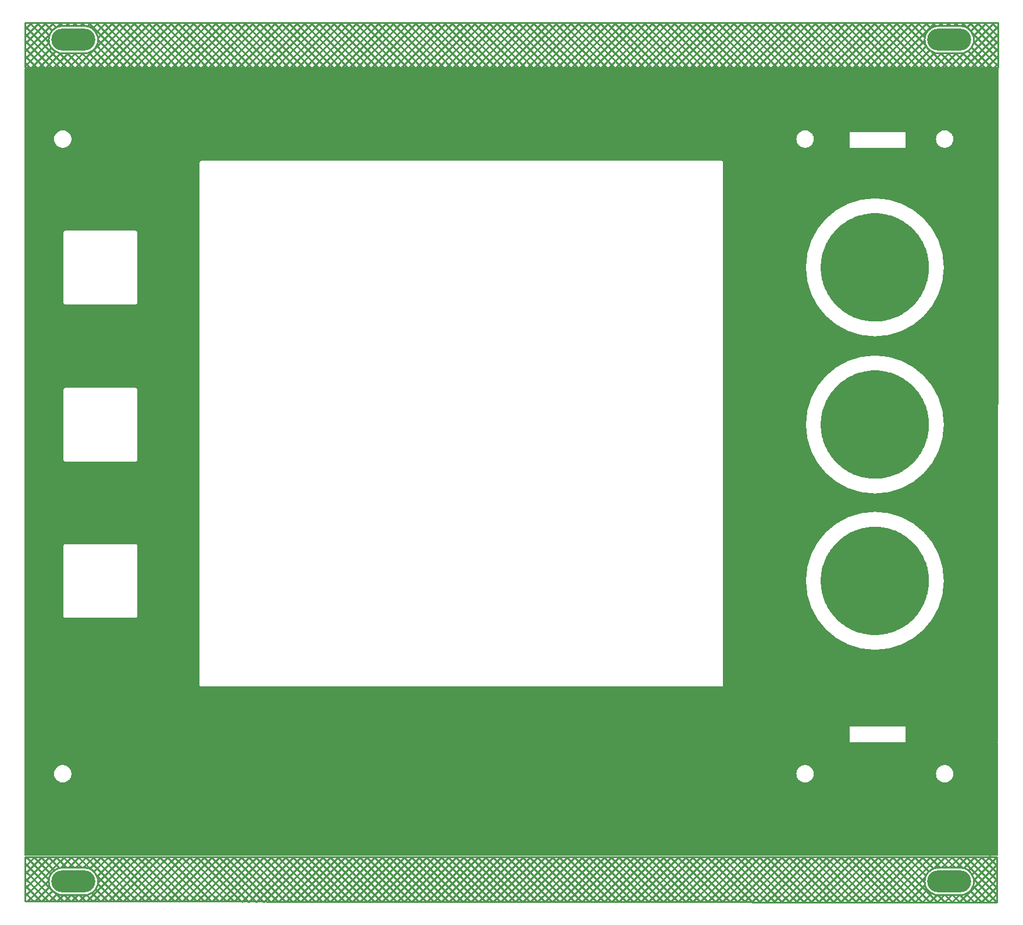
<source format=gbl>
G04 Layer: BottomLayer*
G04 EasyEDA v6.5.29, 2023-07-18 11:19:17*
G04 5f2044cace3448bf888c74a195837e88,5a6b42c53f6a479593ecc07194224c93,10*
G04 Gerber Generator version 0.2*
G04 Scale: 100 percent, Rotated: No, Reflected: No *
G04 Dimensions in millimeters *
G04 leading zeros omitted , absolute positions ,4 integer and 5 decimal *
%FSLAX45Y45*%
%MOMM*%

%ADD10C,0.2540*%
%ADD11C,2.0000*%
%ADD12O,6.4000126X3.1999936*%

%LPD*%
G36*
X36068Y698500D02*
G01*
X32156Y699262D01*
X28905Y701497D01*
X26670Y704748D01*
X25908Y708660D01*
X25908Y12143740D01*
X26670Y12147651D01*
X28905Y12150902D01*
X32156Y12153138D01*
X36068Y12153900D01*
X14199920Y12153900D01*
X14203832Y12153138D01*
X14207134Y12150902D01*
X14209318Y12147600D01*
X14210080Y12143740D01*
X14208912Y10932160D01*
X14208099Y10928248D01*
X14205915Y10924997D01*
X14202613Y10922762D01*
X14198701Y10922000D01*
X14202613Y10921238D01*
X14205915Y10919002D01*
X14208099Y10915700D01*
X14208861Y10911840D01*
X14201648Y3566160D01*
X14200835Y3562248D01*
X14198650Y3558997D01*
X14195348Y3556762D01*
X14191437Y3556000D01*
X14195348Y3555237D01*
X14198650Y3553002D01*
X14200835Y3549700D01*
X14201597Y3545840D01*
X14200428Y2359660D01*
X14199666Y2355748D01*
X14197431Y2352497D01*
X14194180Y2350262D01*
X14190268Y2349500D01*
X14194129Y2348738D01*
X14197431Y2346502D01*
X14199666Y2343200D01*
X14200428Y2339340D01*
X14198803Y708660D01*
X14198041Y704748D01*
X14195806Y701497D01*
X14192554Y699262D01*
X14188643Y698500D01*
G37*

%LPC*%
G36*
X11391900Y10999317D02*
G01*
X11407089Y11000232D01*
X11422024Y11002975D01*
X11436553Y11007496D01*
X11450421Y11013744D01*
X11463426Y11021618D01*
X11475364Y11030966D01*
X11486134Y11041735D01*
X11495481Y11053673D01*
X11503355Y11066678D01*
X11509603Y11080546D01*
X11514124Y11095075D01*
X11516868Y11110010D01*
X11517782Y11125200D01*
X11516868Y11140389D01*
X11514124Y11155324D01*
X11509603Y11169853D01*
X11503355Y11183721D01*
X11495481Y11196726D01*
X11486134Y11208664D01*
X11475364Y11219434D01*
X11463426Y11228781D01*
X11450421Y11236655D01*
X11436553Y11242903D01*
X11422024Y11247424D01*
X11407089Y11250168D01*
X11391900Y11251082D01*
X11376710Y11250168D01*
X11361775Y11247424D01*
X11347246Y11242903D01*
X11333378Y11236655D01*
X11320373Y11228781D01*
X11308435Y11219434D01*
X11297666Y11208664D01*
X11288318Y11196726D01*
X11280444Y11183721D01*
X11274196Y11169853D01*
X11269675Y11155324D01*
X11266932Y11140389D01*
X11266017Y11125200D01*
X11266932Y11110010D01*
X11269675Y11095075D01*
X11274196Y11080546D01*
X11280444Y11066678D01*
X11288318Y11053673D01*
X11297666Y11041735D01*
X11308435Y11030966D01*
X11320373Y11021618D01*
X11333378Y11013744D01*
X11347246Y11007496D01*
X11361775Y11002975D01*
X11376710Y11000232D01*
G37*
G36*
X13423900Y1766417D02*
G01*
X13439089Y1767332D01*
X13454024Y1770075D01*
X13468553Y1774596D01*
X13482421Y1780844D01*
X13495426Y1788718D01*
X13507364Y1798066D01*
X13518134Y1808835D01*
X13527481Y1820773D01*
X13535355Y1833778D01*
X13541603Y1847646D01*
X13546124Y1862175D01*
X13548868Y1877110D01*
X13549782Y1892300D01*
X13548868Y1907489D01*
X13546124Y1922424D01*
X13541603Y1936953D01*
X13535355Y1950821D01*
X13527481Y1963826D01*
X13518134Y1975764D01*
X13507364Y1986534D01*
X13495426Y1995881D01*
X13482421Y2003755D01*
X13468553Y2010003D01*
X13454024Y2014524D01*
X13439089Y2017268D01*
X13423900Y2018182D01*
X13408710Y2017268D01*
X13393775Y2014524D01*
X13379246Y2010003D01*
X13365378Y2003755D01*
X13352373Y1995881D01*
X13340435Y1986534D01*
X13329666Y1975764D01*
X13320318Y1963826D01*
X13312444Y1950821D01*
X13306196Y1936953D01*
X13301675Y1922424D01*
X13298932Y1907489D01*
X13298017Y1892300D01*
X13298932Y1877110D01*
X13301675Y1862175D01*
X13306196Y1847646D01*
X13312444Y1833778D01*
X13320318Y1820773D01*
X13329666Y1808835D01*
X13340435Y1798066D01*
X13352373Y1788718D01*
X13365378Y1780844D01*
X13379246Y1774596D01*
X13393775Y1770075D01*
X13408710Y1767332D01*
G37*
G36*
X584200Y1766417D02*
G01*
X599389Y1767332D01*
X614324Y1770075D01*
X628853Y1774596D01*
X642721Y1780844D01*
X655726Y1788718D01*
X667664Y1798066D01*
X678434Y1808835D01*
X687781Y1820773D01*
X695655Y1833778D01*
X701903Y1847646D01*
X706424Y1862175D01*
X709168Y1877110D01*
X710082Y1892300D01*
X709168Y1907489D01*
X706424Y1922424D01*
X701903Y1936953D01*
X695655Y1950821D01*
X687781Y1963826D01*
X678434Y1975764D01*
X667664Y1986534D01*
X655726Y1995881D01*
X642721Y2003755D01*
X628853Y2010003D01*
X614324Y2014524D01*
X599389Y2017268D01*
X584200Y2018182D01*
X569010Y2017268D01*
X554075Y2014524D01*
X539546Y2010003D01*
X525678Y2003755D01*
X512673Y1995881D01*
X500735Y1986534D01*
X489966Y1975764D01*
X480618Y1963826D01*
X472744Y1950821D01*
X466496Y1936953D01*
X461975Y1922424D01*
X459232Y1907489D01*
X458317Y1892300D01*
X459232Y1877110D01*
X461975Y1862175D01*
X466496Y1847646D01*
X472744Y1833778D01*
X480618Y1820773D01*
X489966Y1808835D01*
X500735Y1798066D01*
X512673Y1788718D01*
X525678Y1780844D01*
X539546Y1774596D01*
X554075Y1770075D01*
X569010Y1767332D01*
G37*
G36*
X12040616Y2349500D02*
G01*
X12862560Y2349500D01*
X12858648Y2350262D01*
X12855397Y2352497D01*
X12853162Y2355748D01*
X12852400Y2359660D01*
X12852400Y2577084D01*
X12851384Y2578100D01*
X12040616Y2578100D01*
X12039600Y2577084D01*
X12039600Y2350516D01*
X12039752Y2349652D01*
G37*
G36*
X2604058Y3161792D02*
G01*
X10172141Y3161792D01*
X10178440Y3162503D01*
X10183926Y3164433D01*
X10188803Y3167481D01*
X10192918Y3171596D01*
X10195966Y3176473D01*
X10197896Y3181959D01*
X10198608Y3188258D01*
X10198608Y10781741D01*
X10197896Y10788040D01*
X10195966Y10793526D01*
X10192918Y10798403D01*
X10188803Y10802518D01*
X10183926Y10805566D01*
X10178440Y10807496D01*
X10172141Y10808208D01*
X2604058Y10808208D01*
X2597759Y10807496D01*
X2592273Y10805566D01*
X2587396Y10802518D01*
X2583281Y10798403D01*
X2580233Y10793526D01*
X2578303Y10788040D01*
X2577592Y10781741D01*
X2577592Y3188258D01*
X2578303Y3181959D01*
X2580233Y3176473D01*
X2583281Y3171596D01*
X2587396Y3167481D01*
X2592273Y3164433D01*
X2597759Y3162503D01*
G37*
G36*
X12446812Y3556000D02*
G01*
X12492380Y3556000D01*
X12488519Y3556762D01*
X12485268Y3558895D01*
X12483033Y3562096D01*
X12482220Y3565956D01*
X12482880Y3569766D01*
X12484963Y3573119D01*
X12488113Y3575405D01*
X13245185Y3923893D01*
X13246455Y3925062D01*
X13563193Y4634534D01*
X13563244Y4636414D01*
X13284707Y5320080D01*
X13283133Y5322112D01*
X12599111Y5856884D01*
X12596469Y5860084D01*
X12595250Y5864098D01*
X12595809Y5868212D01*
X12597942Y5871819D01*
X12601346Y5874207D01*
X13079882Y6082842D01*
X13081762Y6084214D01*
X13384987Y6450634D01*
X13386054Y6452870D01*
X13525296Y7174534D01*
X13525144Y7176160D01*
X13221309Y7733182D01*
X13219633Y7735011D01*
X12613589Y8130743D01*
X12610592Y8133791D01*
X12609118Y8137804D01*
X12609423Y8142071D01*
X12611455Y8145881D01*
X12614808Y8148472D01*
X13054685Y8356193D01*
X13056260Y8357362D01*
X13410539Y8749538D01*
X13411301Y8750808D01*
X13525347Y9422434D01*
X13525195Y9423958D01*
X13183057Y10095585D01*
X13181736Y10096804D01*
X12345365Y10400944D01*
X12343536Y10400893D01*
X11519966Y10033457D01*
X11518595Y10032034D01*
X11265204Y9233865D01*
X11265255Y9232138D01*
X11594693Y8497214D01*
X11595557Y8495995D01*
X12164974Y8124647D01*
X12167920Y8121700D01*
X12169444Y8117789D01*
X12169292Y8113623D01*
X12167412Y8109864D01*
X12164212Y8107172D01*
X11684965Y7849108D01*
X11683339Y7847736D01*
X11380012Y7443266D01*
X11379047Y7440879D01*
X11303152Y6846620D01*
X11303508Y6844080D01*
X11543893Y6262014D01*
X11544706Y6260795D01*
X12129312Y5862777D01*
X12132056Y5860034D01*
X12133529Y5856478D01*
X12133630Y5852617D01*
X12132208Y5849010D01*
X12129617Y5846216D01*
X11570716Y5436362D01*
X11569141Y5434431D01*
X11303406Y4865014D01*
X11303050Y4863592D01*
X11391747Y4230116D01*
X11392255Y4228693D01*
X11784685Y3772966D01*
X11786920Y3771442D01*
X12445238Y3556254D01*
G37*
G36*
X11391900Y1766417D02*
G01*
X11407089Y1767332D01*
X11422024Y1770075D01*
X11436553Y1774596D01*
X11450421Y1780844D01*
X11463426Y1788718D01*
X11475364Y1798066D01*
X11486134Y1808835D01*
X11495481Y1820773D01*
X11503355Y1833778D01*
X11509603Y1847646D01*
X11514124Y1862175D01*
X11516868Y1877110D01*
X11517782Y1892300D01*
X11516868Y1907489D01*
X11514124Y1922424D01*
X11509603Y1936953D01*
X11503355Y1950821D01*
X11495481Y1963826D01*
X11486134Y1975764D01*
X11475364Y1986534D01*
X11463426Y1995881D01*
X11450421Y2003755D01*
X11436553Y2010003D01*
X11422024Y2014524D01*
X11407089Y2017268D01*
X11391900Y2018182D01*
X11376710Y2017268D01*
X11361775Y2014524D01*
X11347246Y2010003D01*
X11333378Y2003755D01*
X11320373Y1995881D01*
X11308435Y1986534D01*
X11297666Y1975764D01*
X11288318Y1963826D01*
X11280444Y1950821D01*
X11274196Y1936953D01*
X11269675Y1922424D01*
X11266932Y1907489D01*
X11266017Y1892300D01*
X11266932Y1877110D01*
X11269675Y1862175D01*
X11274196Y1847646D01*
X11280444Y1833778D01*
X11288318Y1820773D01*
X11297666Y1808835D01*
X11308435Y1798066D01*
X11320373Y1788718D01*
X11333378Y1780844D01*
X11347246Y1774596D01*
X11361775Y1770075D01*
X11376710Y1767332D01*
G37*
G36*
X622858Y6434378D02*
G01*
X1641754Y6434378D01*
X1648053Y6435090D01*
X1653489Y6437020D01*
X1658416Y6440119D01*
X1662480Y6444183D01*
X1665579Y6449110D01*
X1667510Y6454546D01*
X1668221Y6460845D01*
X1668221Y7479741D01*
X1667510Y7486040D01*
X1665579Y7491526D01*
X1662480Y7496403D01*
X1658416Y7500518D01*
X1653489Y7503566D01*
X1648053Y7505496D01*
X1641754Y7506208D01*
X622858Y7506208D01*
X616559Y7505496D01*
X611073Y7503566D01*
X606196Y7500518D01*
X602081Y7496403D01*
X599033Y7491526D01*
X597103Y7486040D01*
X596392Y7479741D01*
X596392Y6460845D01*
X597103Y6454546D01*
X599033Y6449110D01*
X602081Y6444183D01*
X606196Y6440119D01*
X611073Y6437020D01*
X616559Y6435090D01*
G37*
G36*
X622858Y8720378D02*
G01*
X1641754Y8720378D01*
X1648053Y8721090D01*
X1653489Y8723020D01*
X1658416Y8726119D01*
X1662480Y8730183D01*
X1665579Y8735110D01*
X1667510Y8740546D01*
X1668221Y8746845D01*
X1668221Y9765741D01*
X1667510Y9772040D01*
X1665579Y9777526D01*
X1662480Y9782403D01*
X1658416Y9786518D01*
X1653489Y9789566D01*
X1648053Y9791496D01*
X1641754Y9792208D01*
X622858Y9792208D01*
X616559Y9791496D01*
X611073Y9789566D01*
X606196Y9786518D01*
X602081Y9782403D01*
X599033Y9777526D01*
X597103Y9772040D01*
X596392Y9765741D01*
X596392Y8746845D01*
X597103Y8740546D01*
X599033Y8735110D01*
X602081Y8730183D01*
X606196Y8726119D01*
X611073Y8723020D01*
X616559Y8721090D01*
G37*
G36*
X12853416Y10922000D02*
G01*
X12862560Y10922000D01*
X12858648Y10922762D01*
X12855397Y10924997D01*
X12853162Y10928248D01*
X12852400Y10932160D01*
X12852400Y10923016D01*
X12852552Y10922152D01*
G37*
G36*
X12852400Y10988040D02*
G01*
X12852400Y11225784D01*
X12851384Y11226800D01*
X12040616Y11226800D01*
X12039600Y11225784D01*
X12039600Y10999216D01*
X12040616Y10998200D01*
X12842240Y10998200D01*
X12846151Y10997438D01*
X12849402Y10995202D01*
X12851638Y10991951D01*
G37*
G36*
X13423900Y10999317D02*
G01*
X13439089Y11000232D01*
X13454024Y11002975D01*
X13468553Y11007496D01*
X13482421Y11013744D01*
X13495426Y11021618D01*
X13507364Y11030966D01*
X13518134Y11041735D01*
X13527481Y11053673D01*
X13535355Y11066678D01*
X13541603Y11080546D01*
X13546124Y11095075D01*
X13548868Y11110010D01*
X13549782Y11125200D01*
X13548868Y11140389D01*
X13546124Y11155324D01*
X13541603Y11169853D01*
X13535355Y11183721D01*
X13527481Y11196726D01*
X13518134Y11208664D01*
X13507364Y11219434D01*
X13495426Y11228781D01*
X13482421Y11236655D01*
X13468553Y11242903D01*
X13454024Y11247424D01*
X13439089Y11250168D01*
X13423900Y11251082D01*
X13408710Y11250168D01*
X13393775Y11247424D01*
X13379246Y11242903D01*
X13365378Y11236655D01*
X13352373Y11228781D01*
X13340435Y11219434D01*
X13329666Y11208664D01*
X13320318Y11196726D01*
X13312444Y11183721D01*
X13306196Y11169853D01*
X13301675Y11155324D01*
X13298932Y11140389D01*
X13298017Y11125200D01*
X13298932Y11110010D01*
X13301675Y11095075D01*
X13306196Y11080546D01*
X13312444Y11066678D01*
X13320318Y11053673D01*
X13329666Y11041735D01*
X13340435Y11030966D01*
X13352373Y11021618D01*
X13365378Y11013744D01*
X13379246Y11007496D01*
X13393775Y11002975D01*
X13408710Y11000232D01*
G37*
G36*
X584200Y10999317D02*
G01*
X599389Y11000232D01*
X614324Y11002975D01*
X628853Y11007496D01*
X642721Y11013744D01*
X655726Y11021618D01*
X667664Y11030966D01*
X678434Y11041735D01*
X687781Y11053673D01*
X695655Y11066678D01*
X701903Y11080546D01*
X706424Y11095075D01*
X709168Y11110010D01*
X710082Y11125200D01*
X709168Y11140389D01*
X706424Y11155324D01*
X701903Y11169853D01*
X695655Y11183721D01*
X687781Y11196726D01*
X678434Y11208664D01*
X667664Y11219434D01*
X655726Y11228781D01*
X642721Y11236655D01*
X628853Y11242903D01*
X614324Y11247424D01*
X599389Y11250168D01*
X584200Y11251082D01*
X569010Y11250168D01*
X554075Y11247424D01*
X539546Y11242903D01*
X525678Y11236655D01*
X512673Y11228781D01*
X500735Y11219434D01*
X489966Y11208664D01*
X480618Y11196726D01*
X472744Y11183721D01*
X466496Y11169853D01*
X461975Y11155324D01*
X459232Y11140389D01*
X458317Y11125200D01*
X459232Y11110010D01*
X461975Y11095075D01*
X466496Y11080546D01*
X472744Y11066678D01*
X480618Y11053673D01*
X489966Y11041735D01*
X500735Y11030966D01*
X512673Y11021618D01*
X525678Y11013744D01*
X539546Y11007496D01*
X554075Y11002975D01*
X569010Y11000232D01*
G37*
G36*
X622858Y4161078D02*
G01*
X1641754Y4161078D01*
X1648053Y4161790D01*
X1653489Y4163720D01*
X1658416Y4166819D01*
X1662480Y4170883D01*
X1665579Y4175810D01*
X1667510Y4181246D01*
X1668221Y4187545D01*
X1668221Y5206441D01*
X1667510Y5212740D01*
X1665579Y5218226D01*
X1662480Y5223103D01*
X1658416Y5227218D01*
X1653489Y5230266D01*
X1648053Y5232196D01*
X1641754Y5232908D01*
X622858Y5232908D01*
X616559Y5232196D01*
X611073Y5230266D01*
X606196Y5227218D01*
X602081Y5223103D01*
X599033Y5218226D01*
X597103Y5212740D01*
X596392Y5206441D01*
X596392Y4187545D01*
X597103Y4181246D01*
X599033Y4175810D01*
X602081Y4170883D01*
X606196Y4166819D01*
X611073Y4163720D01*
X616559Y4161790D01*
G37*

%LPD*%
G36*
X12401550Y10045649D02*
G01*
X12376200Y10045039D01*
X12350851Y10043617D01*
X12325604Y10041382D01*
X12300407Y10038334D01*
X12275312Y10034473D01*
X12250420Y10029799D01*
X12225629Y10024313D01*
X12201042Y10018064D01*
X12176658Y10011003D01*
X12152528Y10003129D01*
X12128703Y9994544D01*
X12105132Y9985146D01*
X12081865Y9975037D01*
X12058954Y9964166D01*
X12036348Y9952532D01*
X12025223Y9946487D01*
X12003278Y9933787D01*
X11981738Y9920376D01*
X11960606Y9906304D01*
X11939981Y9891572D01*
X11919813Y9876180D01*
X11900154Y9860127D01*
X11881002Y9843465D01*
X11862460Y9826193D01*
X11844426Y9808311D01*
X11827002Y9789871D01*
X11810187Y9770872D01*
X11793982Y9751364D01*
X11778437Y9731349D01*
X11763502Y9710775D01*
X11749278Y9689795D01*
X11735714Y9668357D01*
X11729161Y9657486D01*
X11716664Y9635388D01*
X11704878Y9612934D01*
X11693804Y9590125D01*
X11683492Y9566910D01*
X11673941Y9543440D01*
X11665153Y9519666D01*
X11657126Y9495586D01*
X11653367Y9483445D01*
X11646509Y9459010D01*
X11643360Y9446717D01*
X11637721Y9422028D01*
X11632844Y9397136D01*
X11628780Y9372092D01*
X11625478Y9346895D01*
X11623040Y9321647D01*
X11621414Y9296349D01*
X11620601Y9271000D01*
X11620601Y9245600D01*
X11621414Y9220250D01*
X11623040Y9194952D01*
X11625478Y9169704D01*
X11628780Y9144508D01*
X11632844Y9119463D01*
X11637721Y9094571D01*
X11643360Y9069882D01*
X11649862Y9045346D01*
X11653367Y9033154D01*
X11661038Y9008973D01*
X11669420Y8985046D01*
X11678615Y8961374D01*
X11688572Y8938056D01*
X11699240Y8915044D01*
X11710670Y8892387D01*
X11722862Y8870086D01*
X11729161Y8859113D01*
X11742420Y8837472D01*
X11756288Y8816238D01*
X11770868Y8795461D01*
X11786108Y8775192D01*
X11802008Y8755430D01*
X11818518Y8736177D01*
X11835638Y8717432D01*
X11853367Y8699296D01*
X11871655Y8681720D01*
X11890502Y8664752D01*
X11909907Y8648395D01*
X11929821Y8632647D01*
X11950242Y8617559D01*
X11971121Y8603183D01*
X11992457Y8589416D01*
X12014200Y8576411D01*
X12025223Y8570112D01*
X12047626Y8558174D01*
X12070334Y8546947D01*
X12093448Y8536432D01*
X12116866Y8526678D01*
X12128703Y8522055D01*
X12152528Y8513470D01*
X12176658Y8505596D01*
X12201042Y8498535D01*
X12225629Y8492286D01*
X12250420Y8486800D01*
X12275312Y8482126D01*
X12300407Y8478266D01*
X12325604Y8475218D01*
X12350851Y8472982D01*
X12376200Y8471560D01*
X12401550Y8470950D01*
X12426950Y8471154D01*
X12452299Y8472170D01*
X12477597Y8473998D01*
X12502794Y8476640D01*
X12527940Y8480094D01*
X12552934Y8484362D01*
X12577826Y8489442D01*
X12602514Y8495334D01*
X12614757Y8498535D01*
X12639141Y8505596D01*
X12663271Y8513470D01*
X12687096Y8522055D01*
X12710668Y8531453D01*
X12733934Y8541562D01*
X12756845Y8552434D01*
X12779451Y8564067D01*
X12790576Y8570112D01*
X12812522Y8582812D01*
X12834061Y8596223D01*
X12855194Y8610295D01*
X12875818Y8625027D01*
X12895986Y8640419D01*
X12915646Y8656472D01*
X12934797Y8673134D01*
X12953339Y8690406D01*
X12971373Y8708288D01*
X12988798Y8726728D01*
X13005612Y8745728D01*
X13021818Y8765235D01*
X13037362Y8785250D01*
X13052298Y8805824D01*
X13066521Y8826804D01*
X13080085Y8848242D01*
X13086638Y8859113D01*
X13099135Y8881211D01*
X13110921Y8903665D01*
X13121995Y8926474D01*
X13132307Y8949690D01*
X13141858Y8973159D01*
X13150646Y8996934D01*
X13158673Y9021013D01*
X13162432Y9033154D01*
X13169290Y9057589D01*
X13172440Y9069882D01*
X13178078Y9094571D01*
X13182955Y9119463D01*
X13187019Y9144508D01*
X13190321Y9169704D01*
X13192760Y9194952D01*
X13194385Y9220250D01*
X13195198Y9245600D01*
X13195198Y9271000D01*
X13194385Y9296349D01*
X13192760Y9321647D01*
X13190321Y9346895D01*
X13187019Y9372092D01*
X13182955Y9397136D01*
X13178078Y9422028D01*
X13172440Y9446717D01*
X13165937Y9471253D01*
X13162432Y9483445D01*
X13154761Y9507626D01*
X13146379Y9531553D01*
X13137184Y9555226D01*
X13127228Y9578543D01*
X13116560Y9601555D01*
X13105130Y9624212D01*
X13092938Y9646513D01*
X13086638Y9657486D01*
X13073380Y9679127D01*
X13059511Y9700361D01*
X13044932Y9721138D01*
X13029692Y9741408D01*
X13013791Y9761169D01*
X12997281Y9780422D01*
X12980162Y9799167D01*
X12962432Y9817303D01*
X12944144Y9834880D01*
X12925298Y9851847D01*
X12905892Y9868204D01*
X12885978Y9883952D01*
X12865557Y9899040D01*
X12844678Y9913416D01*
X12823342Y9927183D01*
X12801600Y9940188D01*
X12790576Y9946487D01*
X12768173Y9958425D01*
X12745466Y9969652D01*
X12722352Y9980168D01*
X12698933Y9989921D01*
X12687096Y9994544D01*
X12663271Y10003129D01*
X12639141Y10011003D01*
X12614757Y10018064D01*
X12590170Y10024313D01*
X12565380Y10029799D01*
X12540488Y10034473D01*
X12515392Y10038334D01*
X12490196Y10041382D01*
X12464948Y10043617D01*
X12439599Y10045039D01*
X12414250Y10045649D01*
G37*
G36*
X12401550Y7759649D02*
G01*
X12376200Y7759039D01*
X12350851Y7757617D01*
X12325604Y7755381D01*
X12300407Y7752334D01*
X12275312Y7748473D01*
X12250420Y7743799D01*
X12225629Y7738313D01*
X12201042Y7732064D01*
X12176658Y7725003D01*
X12152528Y7717129D01*
X12128703Y7708544D01*
X12105132Y7699146D01*
X12081865Y7689037D01*
X12058954Y7678166D01*
X12036348Y7666532D01*
X12025223Y7660487D01*
X12003278Y7647787D01*
X11981738Y7634376D01*
X11960606Y7620304D01*
X11939981Y7605572D01*
X11919813Y7590180D01*
X11900154Y7574127D01*
X11881002Y7557465D01*
X11862460Y7540193D01*
X11844426Y7522311D01*
X11827002Y7503871D01*
X11810187Y7484872D01*
X11793982Y7465364D01*
X11778437Y7445349D01*
X11763502Y7424775D01*
X11749278Y7403795D01*
X11735714Y7382357D01*
X11729161Y7371486D01*
X11716664Y7349388D01*
X11704878Y7326934D01*
X11693804Y7304125D01*
X11683492Y7280909D01*
X11673941Y7257440D01*
X11665153Y7233666D01*
X11657126Y7209586D01*
X11653367Y7197445D01*
X11646509Y7173010D01*
X11643360Y7160717D01*
X11637721Y7136028D01*
X11632844Y7111136D01*
X11628780Y7086092D01*
X11625478Y7060895D01*
X11623040Y7035647D01*
X11621414Y7010349D01*
X11620601Y6985000D01*
X11620601Y6959600D01*
X11621414Y6934250D01*
X11623040Y6908952D01*
X11625478Y6883704D01*
X11628780Y6858508D01*
X11632844Y6833463D01*
X11637721Y6808571D01*
X11643360Y6783882D01*
X11649862Y6759346D01*
X11653367Y6747154D01*
X11661038Y6722973D01*
X11669420Y6699046D01*
X11678615Y6675374D01*
X11688572Y6652056D01*
X11699240Y6629044D01*
X11710670Y6606387D01*
X11722862Y6584086D01*
X11729161Y6573113D01*
X11742420Y6551472D01*
X11756288Y6530238D01*
X11770868Y6509461D01*
X11786108Y6489192D01*
X11802008Y6469430D01*
X11818518Y6450177D01*
X11835638Y6431432D01*
X11853367Y6413296D01*
X11871655Y6395720D01*
X11890502Y6378752D01*
X11909907Y6362395D01*
X11929821Y6346647D01*
X11950242Y6331559D01*
X11971121Y6317183D01*
X11992457Y6303416D01*
X12014200Y6290411D01*
X12025223Y6284112D01*
X12047626Y6272174D01*
X12070334Y6260947D01*
X12093448Y6250432D01*
X12116866Y6240678D01*
X12128703Y6236055D01*
X12152528Y6227470D01*
X12176658Y6219596D01*
X12201042Y6212535D01*
X12225629Y6206286D01*
X12250420Y6200800D01*
X12275312Y6196126D01*
X12300407Y6192266D01*
X12325604Y6189218D01*
X12350851Y6186982D01*
X12376200Y6185560D01*
X12401550Y6184950D01*
X12426950Y6185154D01*
X12452299Y6186170D01*
X12477597Y6187998D01*
X12502794Y6190640D01*
X12527940Y6194094D01*
X12552934Y6198362D01*
X12577826Y6203442D01*
X12602514Y6209334D01*
X12614757Y6212535D01*
X12639141Y6219596D01*
X12663271Y6227470D01*
X12687096Y6236055D01*
X12710668Y6245453D01*
X12733934Y6255562D01*
X12756845Y6266434D01*
X12779451Y6278067D01*
X12790576Y6284112D01*
X12812522Y6296812D01*
X12834061Y6310223D01*
X12855194Y6324295D01*
X12875818Y6339027D01*
X12895986Y6354419D01*
X12915646Y6370472D01*
X12934797Y6387134D01*
X12953339Y6404406D01*
X12971373Y6422288D01*
X12988798Y6440728D01*
X13005612Y6459728D01*
X13021818Y6479235D01*
X13037362Y6499250D01*
X13052298Y6519824D01*
X13066521Y6540804D01*
X13080085Y6562242D01*
X13086638Y6573113D01*
X13099135Y6595211D01*
X13110921Y6617665D01*
X13121995Y6640474D01*
X13132307Y6663690D01*
X13141858Y6687159D01*
X13150646Y6710934D01*
X13158673Y6735013D01*
X13162432Y6747154D01*
X13169290Y6771589D01*
X13172440Y6783882D01*
X13178078Y6808571D01*
X13182955Y6833463D01*
X13187019Y6858508D01*
X13190321Y6883704D01*
X13192760Y6908952D01*
X13194385Y6934250D01*
X13195198Y6959600D01*
X13195198Y6985000D01*
X13194385Y7010349D01*
X13192760Y7035647D01*
X13190321Y7060895D01*
X13187019Y7086092D01*
X13182955Y7111136D01*
X13178078Y7136028D01*
X13172440Y7160717D01*
X13165937Y7185253D01*
X13162432Y7197445D01*
X13154761Y7221626D01*
X13146379Y7245553D01*
X13137184Y7269225D01*
X13127228Y7292543D01*
X13116560Y7315555D01*
X13105130Y7338212D01*
X13092938Y7360513D01*
X13086638Y7371486D01*
X13073380Y7393127D01*
X13059511Y7414361D01*
X13044932Y7435138D01*
X13029692Y7455408D01*
X13013791Y7475169D01*
X12997281Y7494422D01*
X12980162Y7513167D01*
X12962432Y7531303D01*
X12944144Y7548880D01*
X12925298Y7565847D01*
X12905892Y7582204D01*
X12885978Y7597952D01*
X12865557Y7613040D01*
X12844678Y7627416D01*
X12823342Y7641183D01*
X12801600Y7654188D01*
X12790576Y7660487D01*
X12768173Y7672425D01*
X12745466Y7683652D01*
X12722352Y7694168D01*
X12698933Y7703921D01*
X12687096Y7708544D01*
X12663271Y7717129D01*
X12639141Y7725003D01*
X12614757Y7732064D01*
X12590170Y7738313D01*
X12565380Y7743799D01*
X12540488Y7748473D01*
X12515392Y7752334D01*
X12490196Y7755381D01*
X12464948Y7757617D01*
X12439599Y7759039D01*
X12414250Y7759649D01*
G37*
G36*
X12401550Y5486349D02*
G01*
X12376200Y5485739D01*
X12350851Y5484317D01*
X12325604Y5482082D01*
X12300407Y5479034D01*
X12275312Y5475173D01*
X12250420Y5470499D01*
X12225629Y5465013D01*
X12201042Y5458764D01*
X12176658Y5451703D01*
X12152528Y5443829D01*
X12128703Y5435244D01*
X12105132Y5425846D01*
X12081865Y5415737D01*
X12058954Y5404866D01*
X12036348Y5393232D01*
X12025223Y5387187D01*
X12003278Y5374487D01*
X11981738Y5361076D01*
X11960606Y5347004D01*
X11939981Y5332272D01*
X11919813Y5316880D01*
X11900154Y5300827D01*
X11881002Y5284165D01*
X11862460Y5266893D01*
X11844426Y5249011D01*
X11827002Y5230571D01*
X11810187Y5211572D01*
X11793982Y5192064D01*
X11778437Y5172049D01*
X11763502Y5151475D01*
X11749278Y5130495D01*
X11735714Y5109057D01*
X11729161Y5098186D01*
X11716664Y5076088D01*
X11704878Y5053634D01*
X11693804Y5030825D01*
X11683492Y5007610D01*
X11673941Y4984140D01*
X11665153Y4960366D01*
X11657126Y4936286D01*
X11653367Y4924145D01*
X11646509Y4899710D01*
X11643360Y4887417D01*
X11637721Y4862728D01*
X11632844Y4837836D01*
X11628780Y4812792D01*
X11625478Y4787595D01*
X11623040Y4762347D01*
X11621414Y4737049D01*
X11620601Y4711700D01*
X11620601Y4686300D01*
X11621414Y4660950D01*
X11623040Y4635652D01*
X11625478Y4610404D01*
X11628780Y4585208D01*
X11632844Y4560163D01*
X11637721Y4535271D01*
X11643360Y4510582D01*
X11649862Y4486046D01*
X11653367Y4473854D01*
X11661038Y4449673D01*
X11669420Y4425746D01*
X11678615Y4402074D01*
X11688572Y4378756D01*
X11699240Y4355744D01*
X11710670Y4333087D01*
X11722862Y4310786D01*
X11729161Y4299813D01*
X11742420Y4278172D01*
X11756288Y4256938D01*
X11770868Y4236161D01*
X11786108Y4215892D01*
X11802008Y4196130D01*
X11818518Y4176877D01*
X11835638Y4158132D01*
X11853367Y4139996D01*
X11871655Y4122420D01*
X11890502Y4105452D01*
X11909907Y4089095D01*
X11929821Y4073347D01*
X11950242Y4058259D01*
X11971121Y4043883D01*
X11992457Y4030116D01*
X12014200Y4017111D01*
X12025223Y4010812D01*
X12047626Y3998874D01*
X12070334Y3987647D01*
X12093448Y3977132D01*
X12116866Y3967378D01*
X12128703Y3962755D01*
X12152528Y3954170D01*
X12176658Y3946296D01*
X12201042Y3939235D01*
X12225629Y3932986D01*
X12250420Y3927500D01*
X12275312Y3922826D01*
X12300407Y3918965D01*
X12325604Y3915918D01*
X12350851Y3913682D01*
X12376200Y3912260D01*
X12401550Y3911650D01*
X12426950Y3911854D01*
X12452299Y3912870D01*
X12477597Y3914698D01*
X12502794Y3917340D01*
X12527940Y3920794D01*
X12552934Y3925062D01*
X12577826Y3930142D01*
X12602514Y3936034D01*
X12614757Y3939235D01*
X12639141Y3946296D01*
X12663271Y3954170D01*
X12687096Y3962755D01*
X12710668Y3972153D01*
X12733934Y3982262D01*
X12756845Y3993134D01*
X12779451Y4004767D01*
X12790576Y4010812D01*
X12812522Y4023512D01*
X12834061Y4036923D01*
X12855194Y4050995D01*
X12875818Y4065727D01*
X12895986Y4081119D01*
X12915646Y4097172D01*
X12934797Y4113834D01*
X12953339Y4131106D01*
X12971373Y4148988D01*
X12988798Y4167428D01*
X13005612Y4186428D01*
X13021818Y4205935D01*
X13037362Y4225950D01*
X13052298Y4246524D01*
X13066521Y4267504D01*
X13080085Y4288942D01*
X13086638Y4299813D01*
X13099135Y4321911D01*
X13110921Y4344365D01*
X13121995Y4367174D01*
X13132307Y4390390D01*
X13141858Y4413859D01*
X13150646Y4437634D01*
X13158673Y4461713D01*
X13162432Y4473854D01*
X13169290Y4498289D01*
X13172440Y4510582D01*
X13178078Y4535271D01*
X13182955Y4560163D01*
X13187019Y4585208D01*
X13190321Y4610404D01*
X13192760Y4635652D01*
X13194385Y4660950D01*
X13195198Y4686300D01*
X13195198Y4711700D01*
X13194385Y4737049D01*
X13192760Y4762347D01*
X13190321Y4787595D01*
X13187019Y4812792D01*
X13182955Y4837836D01*
X13178078Y4862728D01*
X13172440Y4887417D01*
X13165937Y4911953D01*
X13162432Y4924145D01*
X13154761Y4948326D01*
X13146379Y4972253D01*
X13137184Y4995926D01*
X13127228Y5019243D01*
X13116560Y5042255D01*
X13105130Y5064912D01*
X13092938Y5087213D01*
X13086638Y5098186D01*
X13073380Y5119827D01*
X13059511Y5141061D01*
X13044932Y5161838D01*
X13029692Y5182108D01*
X13013791Y5201869D01*
X12997281Y5221122D01*
X12980162Y5239867D01*
X12962432Y5258003D01*
X12944144Y5275580D01*
X12925298Y5292547D01*
X12905892Y5308904D01*
X12885978Y5324652D01*
X12865557Y5339740D01*
X12844678Y5354116D01*
X12823342Y5367883D01*
X12801600Y5380888D01*
X12790576Y5387187D01*
X12768173Y5399125D01*
X12745466Y5410352D01*
X12722352Y5420868D01*
X12698933Y5430621D01*
X12687096Y5435244D01*
X12663271Y5443829D01*
X12639141Y5451703D01*
X12614757Y5458764D01*
X12590170Y5465013D01*
X12565380Y5470499D01*
X12540488Y5475173D01*
X12515392Y5479034D01*
X12490196Y5482082D01*
X12464948Y5484317D01*
X12439599Y5485739D01*
X12414250Y5486349D01*
G37*
D10*
X14084300Y685800D02*
G01*
X14084300Y749300D01*
X14084300Y12128500D02*
G01*
X14084300Y12192000D01*
X38862Y12166854D02*
G01*
X38862Y12813537D01*
X38862Y12813537D02*
G01*
X14197799Y12813537D01*
X14197799Y12813537D02*
G01*
X14197161Y12166854D01*
X14197161Y12166854D02*
G01*
X38862Y12166854D01*
X422876Y12446843D02*
G01*
X435982Y12432383D01*
X435982Y12432383D02*
G01*
X450442Y12419277D01*
X450442Y12419277D02*
G01*
X466117Y12407652D01*
X466117Y12407652D02*
G01*
X482856Y12397619D01*
X482856Y12397619D02*
G01*
X500497Y12389275D01*
X500497Y12389275D02*
G01*
X518872Y12382701D01*
X518872Y12382701D02*
G01*
X537803Y12377959D01*
X537803Y12377959D02*
G01*
X557107Y12375095D01*
X557107Y12375095D02*
G01*
X576599Y12374138D01*
X576599Y12374138D02*
G01*
X896600Y12374138D01*
X896600Y12374138D02*
G01*
X916092Y12375095D01*
X916092Y12375095D02*
G01*
X935396Y12377959D01*
X935396Y12377959D02*
G01*
X954327Y12382701D01*
X954327Y12382701D02*
G01*
X972702Y12389275D01*
X972702Y12389275D02*
G01*
X990343Y12397619D01*
X990343Y12397619D02*
G01*
X1007082Y12407652D01*
X1007082Y12407652D02*
G01*
X1022757Y12419277D01*
X1022757Y12419277D02*
G01*
X1037217Y12432383D01*
X1037217Y12432383D02*
G01*
X1050323Y12446843D01*
X1050323Y12446843D02*
G01*
X1061948Y12462518D01*
X1061948Y12462518D02*
G01*
X1071981Y12479257D01*
X1071981Y12479257D02*
G01*
X1080325Y12496898D01*
X1080325Y12496898D02*
G01*
X1086899Y12515273D01*
X1086899Y12515273D02*
G01*
X1091641Y12534204D01*
X1091641Y12534204D02*
G01*
X1094505Y12553508D01*
X1094505Y12553508D02*
G01*
X1095462Y12573000D01*
X1095462Y12573000D02*
G01*
X1094505Y12592491D01*
X1094505Y12592491D02*
G01*
X1091641Y12611795D01*
X1091641Y12611795D02*
G01*
X1086899Y12630726D01*
X1086899Y12630726D02*
G01*
X1080325Y12649101D01*
X1080325Y12649101D02*
G01*
X1071981Y12666742D01*
X1071981Y12666742D02*
G01*
X1061948Y12683481D01*
X1061948Y12683481D02*
G01*
X1050323Y12699156D01*
X1050323Y12699156D02*
G01*
X1037217Y12713616D01*
X1037217Y12713616D02*
G01*
X1022757Y12726722D01*
X1022757Y12726722D02*
G01*
X1007082Y12738347D01*
X1007082Y12738347D02*
G01*
X990343Y12748380D01*
X990343Y12748380D02*
G01*
X972702Y12756724D01*
X972702Y12756724D02*
G01*
X954327Y12763298D01*
X954327Y12763298D02*
G01*
X935396Y12768040D01*
X935396Y12768040D02*
G01*
X916092Y12770904D01*
X916092Y12770904D02*
G01*
X896600Y12771861D01*
X896600Y12771861D02*
G01*
X576599Y12771861D01*
X576599Y12771861D02*
G01*
X557107Y12770904D01*
X557107Y12770904D02*
G01*
X537803Y12768040D01*
X537803Y12768040D02*
G01*
X518872Y12763298D01*
X518872Y12763298D02*
G01*
X500497Y12756724D01*
X500497Y12756724D02*
G01*
X482856Y12748380D01*
X482856Y12748380D02*
G01*
X466117Y12738347D01*
X466117Y12738347D02*
G01*
X450442Y12726722D01*
X450442Y12726722D02*
G01*
X435982Y12713616D01*
X435982Y12713616D02*
G01*
X422876Y12699156D01*
X422876Y12699156D02*
G01*
X411251Y12683481D01*
X411251Y12683481D02*
G01*
X401218Y12666742D01*
X401218Y12666742D02*
G01*
X392874Y12649101D01*
X392874Y12649101D02*
G01*
X386300Y12630726D01*
X386300Y12630726D02*
G01*
X381558Y12611795D01*
X381558Y12611795D02*
G01*
X378694Y12592491D01*
X378694Y12592491D02*
G01*
X377737Y12573000D01*
X377737Y12573000D02*
G01*
X378694Y12553508D01*
X378694Y12553508D02*
G01*
X381558Y12534204D01*
X381558Y12534204D02*
G01*
X386300Y12515273D01*
X386300Y12515273D02*
G01*
X392874Y12496898D01*
X392874Y12496898D02*
G01*
X401218Y12479257D01*
X401218Y12479257D02*
G01*
X411251Y12462518D01*
X411251Y12462518D02*
G01*
X422876Y12446843D01*
X13173676Y12446843D02*
G01*
X13186782Y12432383D01*
X13186782Y12432383D02*
G01*
X13201242Y12419277D01*
X13201242Y12419277D02*
G01*
X13216917Y12407652D01*
X13216917Y12407652D02*
G01*
X13233656Y12397619D01*
X13233656Y12397619D02*
G01*
X13251297Y12389275D01*
X13251297Y12389275D02*
G01*
X13269672Y12382701D01*
X13269672Y12382701D02*
G01*
X13288603Y12377959D01*
X13288603Y12377959D02*
G01*
X13307907Y12375095D01*
X13307907Y12375095D02*
G01*
X13327399Y12374138D01*
X13327399Y12374138D02*
G01*
X13647400Y12374138D01*
X13647400Y12374138D02*
G01*
X13666892Y12375095D01*
X13666892Y12375095D02*
G01*
X13686196Y12377959D01*
X13686196Y12377959D02*
G01*
X13705127Y12382701D01*
X13705127Y12382701D02*
G01*
X13723502Y12389275D01*
X13723502Y12389275D02*
G01*
X13741143Y12397619D01*
X13741143Y12397619D02*
G01*
X13757882Y12407652D01*
X13757882Y12407652D02*
G01*
X13773557Y12419277D01*
X13773557Y12419277D02*
G01*
X13788017Y12432383D01*
X13788017Y12432383D02*
G01*
X13801123Y12446843D01*
X13801123Y12446843D02*
G01*
X13812748Y12462518D01*
X13812748Y12462518D02*
G01*
X13822781Y12479257D01*
X13822781Y12479257D02*
G01*
X13831125Y12496898D01*
X13831125Y12496898D02*
G01*
X13837699Y12515273D01*
X13837699Y12515273D02*
G01*
X13842441Y12534204D01*
X13842441Y12534204D02*
G01*
X13845305Y12553508D01*
X13845305Y12553508D02*
G01*
X13846262Y12573000D01*
X13846262Y12573000D02*
G01*
X13845305Y12592491D01*
X13845305Y12592491D02*
G01*
X13842441Y12611795D01*
X13842441Y12611795D02*
G01*
X13837699Y12630726D01*
X13837699Y12630726D02*
G01*
X13831125Y12649101D01*
X13831125Y12649101D02*
G01*
X13822781Y12666742D01*
X13822781Y12666742D02*
G01*
X13812748Y12683481D01*
X13812748Y12683481D02*
G01*
X13801123Y12699156D01*
X13801123Y12699156D02*
G01*
X13788017Y12713616D01*
X13788017Y12713616D02*
G01*
X13773557Y12726722D01*
X13773557Y12726722D02*
G01*
X13757882Y12738347D01*
X13757882Y12738347D02*
G01*
X13741143Y12748380D01*
X13741143Y12748380D02*
G01*
X13723502Y12756724D01*
X13723502Y12756724D02*
G01*
X13705127Y12763298D01*
X13705127Y12763298D02*
G01*
X13686196Y12768040D01*
X13686196Y12768040D02*
G01*
X13666892Y12770904D01*
X13666892Y12770904D02*
G01*
X13647400Y12771861D01*
X13647400Y12771861D02*
G01*
X13327399Y12771861D01*
X13327399Y12771861D02*
G01*
X13307907Y12770904D01*
X13307907Y12770904D02*
G01*
X13288603Y12768040D01*
X13288603Y12768040D02*
G01*
X13269672Y12763298D01*
X13269672Y12763298D02*
G01*
X13251297Y12756724D01*
X13251297Y12756724D02*
G01*
X13233656Y12748380D01*
X13233656Y12748380D02*
G01*
X13216917Y12738347D01*
X13216917Y12738347D02*
G01*
X13201242Y12726722D01*
X13201242Y12726722D02*
G01*
X13186782Y12713616D01*
X13186782Y12713616D02*
G01*
X13173676Y12699156D01*
X13173676Y12699156D02*
G01*
X13162051Y12683481D01*
X13162051Y12683481D02*
G01*
X13152018Y12666742D01*
X13152018Y12666742D02*
G01*
X13143674Y12649101D01*
X13143674Y12649101D02*
G01*
X13137100Y12630726D01*
X13137100Y12630726D02*
G01*
X13132358Y12611795D01*
X13132358Y12611795D02*
G01*
X13129494Y12592491D01*
X13129494Y12592491D02*
G01*
X13128537Y12573000D01*
X13128537Y12573000D02*
G01*
X13129494Y12553508D01*
X13129494Y12553508D02*
G01*
X13132358Y12534204D01*
X13132358Y12534204D02*
G01*
X13137100Y12515273D01*
X13137100Y12515273D02*
G01*
X13143674Y12496898D01*
X13143674Y12496898D02*
G01*
X13152018Y12479257D01*
X13152018Y12479257D02*
G01*
X13162051Y12462518D01*
X13162051Y12462518D02*
G01*
X13173676Y12446843D01*
X38862Y12228167D02*
G01*
X100175Y12166854D01*
X38862Y12335930D02*
G01*
X207938Y12166854D01*
X38862Y12443693D02*
G01*
X315701Y12166854D01*
X38862Y12551456D02*
G01*
X423464Y12166854D01*
X38862Y12659220D02*
G01*
X531228Y12166854D01*
X38862Y12766983D02*
G01*
X638991Y12166854D01*
X100070Y12813537D02*
G01*
X382278Y12531330D01*
X534929Y12378679D02*
G01*
X746754Y12166854D01*
X207833Y12813537D02*
G01*
X387445Y12633926D01*
X647233Y12374138D02*
G01*
X854517Y12166854D01*
X315596Y12813537D02*
G01*
X426252Y12702881D01*
X754996Y12374138D02*
G01*
X962280Y12166854D01*
X423359Y12813537D02*
G01*
X486699Y12750198D01*
X862759Y12374138D02*
G01*
X1070043Y12166854D01*
X531122Y12813537D02*
G01*
X572976Y12771683D01*
X959948Y12384712D02*
G01*
X1177806Y12166854D01*
X638885Y12813537D02*
G01*
X680562Y12771861D01*
X1028206Y12424216D02*
G01*
X1285569Y12166854D01*
X746648Y12813537D02*
G01*
X788325Y12771861D01*
X1074854Y12485332D02*
G01*
X1393332Y12166854D01*
X854411Y12813537D02*
G01*
X896088Y12771861D01*
X1095438Y12572511D02*
G01*
X1501095Y12166854D01*
X962174Y12813537D02*
G01*
X1608858Y12166854D01*
X1069937Y12813537D02*
G01*
X1716621Y12166854D01*
X1177700Y12813537D02*
G01*
X1824384Y12166854D01*
X1285464Y12813537D02*
G01*
X1932148Y12166854D01*
X1393227Y12813537D02*
G01*
X2039911Y12166854D01*
X1500990Y12813537D02*
G01*
X2147674Y12166854D01*
X1608753Y12813537D02*
G01*
X2255437Y12166854D01*
X1716516Y12813537D02*
G01*
X2363200Y12166854D01*
X1824279Y12813537D02*
G01*
X2470963Y12166854D01*
X1932042Y12813537D02*
G01*
X2578726Y12166854D01*
X2039805Y12813537D02*
G01*
X2686489Y12166854D01*
X2147568Y12813537D02*
G01*
X2794252Y12166854D01*
X2255331Y12813537D02*
G01*
X2902015Y12166854D01*
X2363094Y12813537D02*
G01*
X3009778Y12166854D01*
X2470857Y12813537D02*
G01*
X3117541Y12166854D01*
X2578620Y12813537D02*
G01*
X3225304Y12166854D01*
X2686384Y12813537D02*
G01*
X3333068Y12166854D01*
X2794147Y12813537D02*
G01*
X3440831Y12166854D01*
X2901910Y12813537D02*
G01*
X3548594Y12166854D01*
X3009673Y12813537D02*
G01*
X3656357Y12166854D01*
X3117436Y12813537D02*
G01*
X3764120Y12166854D01*
X3225199Y12813537D02*
G01*
X3871883Y12166854D01*
X3332962Y12813537D02*
G01*
X3979646Y12166854D01*
X3440725Y12813537D02*
G01*
X4087409Y12166854D01*
X3548488Y12813537D02*
G01*
X4195172Y12166854D01*
X3656251Y12813537D02*
G01*
X4302935Y12166854D01*
X3764014Y12813537D02*
G01*
X4410698Y12166854D01*
X3871777Y12813537D02*
G01*
X4518461Y12166854D01*
X3979540Y12813537D02*
G01*
X4626224Y12166854D01*
X4087303Y12813537D02*
G01*
X4733987Y12166854D01*
X4195067Y12813537D02*
G01*
X4841751Y12166854D01*
X4302830Y12813537D02*
G01*
X4949514Y12166854D01*
X4410593Y12813537D02*
G01*
X5057277Y12166854D01*
X4518356Y12813537D02*
G01*
X5165040Y12166854D01*
X4626119Y12813537D02*
G01*
X5272803Y12166854D01*
X4733882Y12813537D02*
G01*
X5380566Y12166854D01*
X4841645Y12813537D02*
G01*
X5488329Y12166854D01*
X4949408Y12813537D02*
G01*
X5596092Y12166854D01*
X5057171Y12813537D02*
G01*
X5703855Y12166854D01*
X5164934Y12813537D02*
G01*
X5811618Y12166854D01*
X5272697Y12813537D02*
G01*
X5919381Y12166854D01*
X5380460Y12813537D02*
G01*
X6027144Y12166854D01*
X5488223Y12813537D02*
G01*
X6134907Y12166854D01*
X5595987Y12813537D02*
G01*
X6242671Y12166854D01*
X5703750Y12813537D02*
G01*
X6350434Y12166854D01*
X5811513Y12813537D02*
G01*
X6458197Y12166854D01*
X5919276Y12813537D02*
G01*
X6565960Y12166854D01*
X6027039Y12813537D02*
G01*
X6673723Y12166854D01*
X6134802Y12813537D02*
G01*
X6781486Y12166854D01*
X6242565Y12813537D02*
G01*
X6889249Y12166854D01*
X6350328Y12813537D02*
G01*
X6997012Y12166854D01*
X6458091Y12813537D02*
G01*
X7104775Y12166854D01*
X6565854Y12813537D02*
G01*
X7212538Y12166854D01*
X6673617Y12813537D02*
G01*
X7320301Y12166854D01*
X6781380Y12813537D02*
G01*
X7428064Y12166854D01*
X6889143Y12813537D02*
G01*
X7535827Y12166854D01*
X6996907Y12813537D02*
G01*
X7643591Y12166854D01*
X7104670Y12813537D02*
G01*
X7751354Y12166854D01*
X7212433Y12813537D02*
G01*
X7859117Y12166854D01*
X7320196Y12813537D02*
G01*
X7966880Y12166854D01*
X7427959Y12813537D02*
G01*
X8074643Y12166854D01*
X7535722Y12813537D02*
G01*
X8182406Y12166854D01*
X7643485Y12813537D02*
G01*
X8290169Y12166854D01*
X7751248Y12813537D02*
G01*
X8397932Y12166854D01*
X7859011Y12813537D02*
G01*
X8505695Y12166854D01*
X7966774Y12813537D02*
G01*
X8613458Y12166854D01*
X8074537Y12813537D02*
G01*
X8721221Y12166854D01*
X8182300Y12813537D02*
G01*
X8828984Y12166854D01*
X8290063Y12813537D02*
G01*
X8936747Y12166854D01*
X8397826Y12813537D02*
G01*
X9044510Y12166854D01*
X8505590Y12813537D02*
G01*
X9152274Y12166854D01*
X8613353Y12813537D02*
G01*
X9260037Y12166854D01*
X8721116Y12813537D02*
G01*
X9367800Y12166854D01*
X8828879Y12813537D02*
G01*
X9475563Y12166854D01*
X8936642Y12813537D02*
G01*
X9583326Y12166854D01*
X9044405Y12813537D02*
G01*
X9691089Y12166854D01*
X9152168Y12813537D02*
G01*
X9798852Y12166854D01*
X9259931Y12813537D02*
G01*
X9906615Y12166854D01*
X9367694Y12813537D02*
G01*
X10014378Y12166854D01*
X9475457Y12813537D02*
G01*
X10122141Y12166854D01*
X9583220Y12813537D02*
G01*
X10229904Y12166854D01*
X9690983Y12813537D02*
G01*
X10337667Y12166854D01*
X9798746Y12813537D02*
G01*
X10445430Y12166854D01*
X9906510Y12813537D02*
G01*
X10553194Y12166854D01*
X10014273Y12813537D02*
G01*
X10660957Y12166854D01*
X10122036Y12813537D02*
G01*
X10768720Y12166854D01*
X10229799Y12813537D02*
G01*
X10876483Y12166854D01*
X10337562Y12813537D02*
G01*
X10984246Y12166854D01*
X10445325Y12813537D02*
G01*
X11092009Y12166854D01*
X10553088Y12813537D02*
G01*
X11199772Y12166854D01*
X10660851Y12813537D02*
G01*
X11307535Y12166854D01*
X10768614Y12813537D02*
G01*
X11415298Y12166854D01*
X10876377Y12813537D02*
G01*
X11523061Y12166854D01*
X10984140Y12813537D02*
G01*
X11630824Y12166854D01*
X11091903Y12813537D02*
G01*
X11738587Y12166854D01*
X11199666Y12813537D02*
G01*
X11846350Y12166854D01*
X11307430Y12813537D02*
G01*
X11954114Y12166854D01*
X11415193Y12813537D02*
G01*
X12061877Y12166854D01*
X11522956Y12813537D02*
G01*
X12169640Y12166854D01*
X11630719Y12813537D02*
G01*
X12277403Y12166854D01*
X11738482Y12813537D02*
G01*
X12385166Y12166854D01*
X11846245Y12813537D02*
G01*
X12492929Y12166854D01*
X11954008Y12813537D02*
G01*
X12600692Y12166854D01*
X12061771Y12813537D02*
G01*
X12708455Y12166854D01*
X12169534Y12813537D02*
G01*
X12816218Y12166854D01*
X12277297Y12813537D02*
G01*
X12923981Y12166854D01*
X12385060Y12813537D02*
G01*
X13031744Y12166854D01*
X12492823Y12813537D02*
G01*
X13139507Y12166854D01*
X12600586Y12813537D02*
G01*
X13247270Y12166854D01*
X12708349Y12813537D02*
G01*
X13355033Y12166854D01*
X12816113Y12813537D02*
G01*
X13154449Y12475201D01*
X13229600Y12400050D02*
G01*
X13462797Y12166854D01*
X12923876Y12813537D02*
G01*
X13131487Y12605926D01*
X13363275Y12374138D02*
G01*
X13570560Y12166854D01*
X13031639Y12813537D02*
G01*
X13161918Y12683258D01*
X13471038Y12374138D02*
G01*
X13678323Y12166854D01*
X13139402Y12813537D02*
G01*
X13215582Y12737357D01*
X13578801Y12374138D02*
G01*
X13786086Y12166854D01*
X13247165Y12813537D02*
G01*
X13292138Y12768565D01*
X13683189Y12377513D02*
G01*
X13893849Y12166854D01*
X13354928Y12813537D02*
G01*
X13396604Y12771861D01*
X13759565Y12408900D02*
G01*
X14001612Y12166854D01*
X13462691Y12813537D02*
G01*
X13504367Y12771861D01*
X13813109Y12463120D02*
G01*
X14109375Y12166854D01*
X13570454Y12813537D02*
G01*
X13612130Y12771861D01*
X13843390Y12540601D02*
G01*
X14197180Y12186811D01*
X13678217Y12813537D02*
G01*
X13746713Y12745041D01*
X13819442Y12672312D02*
G01*
X14197287Y12294468D01*
X13785980Y12813537D02*
G01*
X14197393Y12402125D01*
X13893743Y12813537D02*
G01*
X14197499Y12509781D01*
X14001506Y12813537D02*
G01*
X14197606Y12617438D01*
X14109269Y12813537D02*
G01*
X14197712Y12725095D01*
X14136524Y12166854D02*
G01*
X14197221Y12227551D01*
X14028761Y12166854D02*
G01*
X14197327Y12335420D01*
X13920998Y12166854D02*
G01*
X14197434Y12443290D01*
X13813235Y12166854D02*
G01*
X14197540Y12551159D01*
X13705471Y12166854D02*
G01*
X14197646Y12659029D01*
X13597708Y12166854D02*
G01*
X14197753Y12766898D01*
X13489945Y12166854D02*
G01*
X13706163Y12383072D01*
X13837328Y12514237D02*
G01*
X14136629Y12813537D01*
X13382182Y12166854D02*
G01*
X13589466Y12374138D01*
X13839373Y12624044D02*
G01*
X14028866Y12813537D01*
X13274419Y12166854D02*
G01*
X13481703Y12374138D01*
X13803507Y12695941D02*
G01*
X13921103Y12813537D01*
X13166656Y12166854D02*
G01*
X13373940Y12374138D01*
X13745544Y12745742D02*
G01*
X13813340Y12813537D01*
X13058893Y12166854D02*
G01*
X13273725Y12381685D01*
X13663128Y12771089D02*
G01*
X13705577Y12813537D01*
X12951130Y12166854D02*
G01*
X13202569Y12418293D01*
X13556137Y12771861D02*
G01*
X13597814Y12813537D01*
X12843367Y12166854D02*
G01*
X13153424Y12476911D01*
X13448374Y12771861D02*
G01*
X13490051Y12813537D01*
X12735604Y12166854D02*
G01*
X13129156Y12560405D01*
X13340611Y12771861D02*
G01*
X13382288Y12813537D01*
X12627841Y12166854D02*
G01*
X13274525Y12813537D01*
X12520078Y12166854D02*
G01*
X13166762Y12813537D01*
X12412315Y12166854D02*
G01*
X13058999Y12813537D01*
X12304551Y12166854D02*
G01*
X12951235Y12813537D01*
X12196788Y12166854D02*
G01*
X12843472Y12813537D01*
X12089025Y12166854D02*
G01*
X12735709Y12813537D01*
X11981262Y12166854D02*
G01*
X12627946Y12813537D01*
X11873499Y12166854D02*
G01*
X12520183Y12813537D01*
X11765736Y12166854D02*
G01*
X12412420Y12813537D01*
X11657973Y12166854D02*
G01*
X12304657Y12813537D01*
X11550210Y12166854D02*
G01*
X12196894Y12813537D01*
X11442447Y12166854D02*
G01*
X12089131Y12813537D01*
X11334684Y12166854D02*
G01*
X11981368Y12813537D01*
X11226921Y12166854D02*
G01*
X11873605Y12813537D01*
X11119158Y12166854D02*
G01*
X11765842Y12813537D01*
X11011395Y12166854D02*
G01*
X11658079Y12813537D01*
X10903631Y12166854D02*
G01*
X11550315Y12813537D01*
X10795868Y12166854D02*
G01*
X11442552Y12813537D01*
X10688105Y12166854D02*
G01*
X11334789Y12813537D01*
X10580342Y12166854D02*
G01*
X11227026Y12813537D01*
X10472579Y12166854D02*
G01*
X11119263Y12813537D01*
X10364816Y12166854D02*
G01*
X11011500Y12813537D01*
X10257053Y12166854D02*
G01*
X10903737Y12813537D01*
X10149290Y12166854D02*
G01*
X10795974Y12813537D01*
X10041527Y12166854D02*
G01*
X10688211Y12813537D01*
X9933764Y12166854D02*
G01*
X10580448Y12813537D01*
X9826001Y12166854D02*
G01*
X10472685Y12813537D01*
X9718238Y12166854D02*
G01*
X10364922Y12813537D01*
X9610475Y12166854D02*
G01*
X10257159Y12813537D01*
X9502712Y12166854D02*
G01*
X10149396Y12813537D01*
X9394948Y12166854D02*
G01*
X10041632Y12813537D01*
X9287185Y12166854D02*
G01*
X9933869Y12813537D01*
X9179422Y12166854D02*
G01*
X9826106Y12813537D01*
X9071659Y12166854D02*
G01*
X9718343Y12813537D01*
X8963896Y12166854D02*
G01*
X9610580Y12813537D01*
X8856133Y12166854D02*
G01*
X9502817Y12813537D01*
X8748370Y12166854D02*
G01*
X9395054Y12813537D01*
X8640607Y12166854D02*
G01*
X9287291Y12813537D01*
X8532844Y12166854D02*
G01*
X9179528Y12813537D01*
X8425081Y12166854D02*
G01*
X9071765Y12813537D01*
X8317318Y12166854D02*
G01*
X8964002Y12813537D01*
X8209555Y12166854D02*
G01*
X8856239Y12813537D01*
X8101792Y12166854D02*
G01*
X8748476Y12813537D01*
X7994028Y12166854D02*
G01*
X8640712Y12813537D01*
X7886265Y12166854D02*
G01*
X8532949Y12813537D01*
X7778502Y12166854D02*
G01*
X8425186Y12813537D01*
X7670739Y12166854D02*
G01*
X8317423Y12813537D01*
X7562976Y12166854D02*
G01*
X8209660Y12813537D01*
X7455213Y12166854D02*
G01*
X8101897Y12813537D01*
X7347450Y12166854D02*
G01*
X7994134Y12813537D01*
X7239687Y12166854D02*
G01*
X7886371Y12813537D01*
X7131924Y12166854D02*
G01*
X7778608Y12813537D01*
X7024161Y12166854D02*
G01*
X7670845Y12813537D01*
X6916398Y12166854D02*
G01*
X7563082Y12813537D01*
X6808635Y12166854D02*
G01*
X7455319Y12813537D01*
X6700872Y12166854D02*
G01*
X7347556Y12813537D01*
X6593108Y12166854D02*
G01*
X7239792Y12813537D01*
X6485345Y12166854D02*
G01*
X7132029Y12813537D01*
X6377582Y12166854D02*
G01*
X7024266Y12813537D01*
X6269819Y12166854D02*
G01*
X6916503Y12813537D01*
X6162056Y12166854D02*
G01*
X6808740Y12813537D01*
X6054293Y12166854D02*
G01*
X6700977Y12813537D01*
X5946530Y12166854D02*
G01*
X6593214Y12813537D01*
X5838767Y12166854D02*
G01*
X6485451Y12813537D01*
X5731004Y12166854D02*
G01*
X6377688Y12813537D01*
X5623241Y12166854D02*
G01*
X6269925Y12813537D01*
X5515478Y12166854D02*
G01*
X6162162Y12813537D01*
X5407715Y12166854D02*
G01*
X6054399Y12813537D01*
X5299952Y12166854D02*
G01*
X5946636Y12813537D01*
X5192189Y12166854D02*
G01*
X5838873Y12813537D01*
X5084425Y12166854D02*
G01*
X5731109Y12813537D01*
X4976662Y12166854D02*
G01*
X5623346Y12813537D01*
X4868899Y12166854D02*
G01*
X5515583Y12813537D01*
X4761136Y12166854D02*
G01*
X5407820Y12813537D01*
X4653373Y12166854D02*
G01*
X5300057Y12813537D01*
X4545610Y12166854D02*
G01*
X5192294Y12813537D01*
X4437847Y12166854D02*
G01*
X5084531Y12813537D01*
X4330084Y12166854D02*
G01*
X4976768Y12813537D01*
X4222321Y12166854D02*
G01*
X4869005Y12813537D01*
X4114558Y12166854D02*
G01*
X4761242Y12813537D01*
X4006795Y12166854D02*
G01*
X4653479Y12813537D01*
X3899032Y12166854D02*
G01*
X4545716Y12813537D01*
X3791269Y12166854D02*
G01*
X4437953Y12813537D01*
X3683505Y12166854D02*
G01*
X4330189Y12813537D01*
X3575742Y12166854D02*
G01*
X4222426Y12813537D01*
X3467979Y12166854D02*
G01*
X4114663Y12813537D01*
X3360216Y12166854D02*
G01*
X4006900Y12813537D01*
X3252453Y12166854D02*
G01*
X3899137Y12813537D01*
X3144690Y12166854D02*
G01*
X3791374Y12813537D01*
X3036927Y12166854D02*
G01*
X3683611Y12813537D01*
X2929164Y12166854D02*
G01*
X3575848Y12813537D01*
X2821401Y12166854D02*
G01*
X3468085Y12813537D01*
X2713638Y12166854D02*
G01*
X3360322Y12813537D01*
X2605875Y12166854D02*
G01*
X3252559Y12813537D01*
X2498112Y12166854D02*
G01*
X3144796Y12813537D01*
X2390349Y12166854D02*
G01*
X3037033Y12813537D01*
X2282585Y12166854D02*
G01*
X2929269Y12813537D01*
X2174822Y12166854D02*
G01*
X2821506Y12813537D01*
X2067059Y12166854D02*
G01*
X2713743Y12813537D01*
X1959296Y12166854D02*
G01*
X2605980Y12813537D01*
X1851533Y12166854D02*
G01*
X2498217Y12813537D01*
X1743770Y12166854D02*
G01*
X2390454Y12813537D01*
X1636007Y12166854D02*
G01*
X2282691Y12813537D01*
X1528244Y12166854D02*
G01*
X2174928Y12813537D01*
X1420481Y12166854D02*
G01*
X2067165Y12813537D01*
X1312718Y12166854D02*
G01*
X1959402Y12813537D01*
X1204955Y12166854D02*
G01*
X1851639Y12813537D01*
X1097192Y12166854D02*
G01*
X1743876Y12813537D01*
X989429Y12166854D02*
G01*
X1636113Y12813537D01*
X881666Y12166854D02*
G01*
X1528350Y12813537D01*
X773902Y12166854D02*
G01*
X1420586Y12813537D01*
X666139Y12166854D02*
G01*
X873424Y12374138D01*
X1094152Y12594866D02*
G01*
X1312823Y12813537D01*
X558376Y12166854D02*
G01*
X765661Y12374138D01*
X1066841Y12675318D02*
G01*
X1205060Y12813537D01*
X450613Y12166854D02*
G01*
X657898Y12374138D01*
X1015709Y12731949D02*
G01*
X1097297Y12813537D01*
X342850Y12166854D02*
G01*
X551869Y12375872D01*
X942306Y12766309D02*
G01*
X989534Y12813537D01*
X235087Y12166854D02*
G01*
X472225Y12403991D01*
X840095Y12771861D02*
G01*
X881771Y12813537D01*
X127324Y12166854D02*
G01*
X416249Y12455779D01*
X732332Y12771861D02*
G01*
X774008Y12813537D01*
X38862Y12186154D02*
G01*
X382630Y12529923D01*
X624569Y12771861D02*
G01*
X666245Y12813537D01*
X38862Y12293917D02*
G01*
X392222Y12647277D01*
X502321Y12757376D02*
G01*
X558482Y12813537D01*
X38862Y12401680D02*
G01*
X450719Y12813537D01*
X38862Y12509443D02*
G01*
X342956Y12813537D01*
X38862Y12617206D02*
G01*
X235193Y12813537D01*
X38862Y12724969D02*
G01*
X127430Y12813537D01*
X14185176Y26196D02*
G01*
X38862Y38827D01*
X38862Y38827D02*
G01*
X38862Y685545D01*
X38862Y685545D02*
G01*
X14185827Y685545D01*
X14185827Y685545D02*
G01*
X14185176Y26196D01*
X422876Y204043D02*
G01*
X435982Y189583D01*
X435982Y189583D02*
G01*
X450442Y176477D01*
X450442Y176477D02*
G01*
X466117Y164852D01*
X466117Y164852D02*
G01*
X482856Y154819D01*
X482856Y154819D02*
G01*
X500497Y146475D01*
X500497Y146475D02*
G01*
X518872Y139901D01*
X518872Y139901D02*
G01*
X537803Y135159D01*
X537803Y135159D02*
G01*
X557107Y132295D01*
X557107Y132295D02*
G01*
X576599Y131338D01*
X576599Y131338D02*
G01*
X896600Y131338D01*
X896600Y131338D02*
G01*
X916092Y132295D01*
X916092Y132295D02*
G01*
X935396Y135159D01*
X935396Y135159D02*
G01*
X954327Y139901D01*
X954327Y139901D02*
G01*
X972702Y146475D01*
X972702Y146475D02*
G01*
X990343Y154819D01*
X990343Y154819D02*
G01*
X1007082Y164852D01*
X1007082Y164852D02*
G01*
X1022757Y176477D01*
X1022757Y176477D02*
G01*
X1037217Y189583D01*
X1037217Y189583D02*
G01*
X1050323Y204043D01*
X1050323Y204043D02*
G01*
X1061948Y219718D01*
X1061948Y219718D02*
G01*
X1071981Y236457D01*
X1071981Y236457D02*
G01*
X1080325Y254098D01*
X1080325Y254098D02*
G01*
X1086899Y272473D01*
X1086899Y272473D02*
G01*
X1091641Y291404D01*
X1091641Y291404D02*
G01*
X1094505Y310708D01*
X1094505Y310708D02*
G01*
X1095462Y330200D01*
X1095462Y330200D02*
G01*
X1094505Y349691D01*
X1094505Y349691D02*
G01*
X1091641Y368995D01*
X1091641Y368995D02*
G01*
X1086899Y387926D01*
X1086899Y387926D02*
G01*
X1080325Y406301D01*
X1080325Y406301D02*
G01*
X1071981Y423942D01*
X1071981Y423942D02*
G01*
X1061948Y440681D01*
X1061948Y440681D02*
G01*
X1050323Y456356D01*
X1050323Y456356D02*
G01*
X1037217Y470816D01*
X1037217Y470816D02*
G01*
X1022757Y483922D01*
X1022757Y483922D02*
G01*
X1007082Y495547D01*
X1007082Y495547D02*
G01*
X990343Y505580D01*
X990343Y505580D02*
G01*
X972702Y513924D01*
X972702Y513924D02*
G01*
X954327Y520498D01*
X954327Y520498D02*
G01*
X935396Y525240D01*
X935396Y525240D02*
G01*
X916092Y528104D01*
X916092Y528104D02*
G01*
X896600Y529061D01*
X896600Y529061D02*
G01*
X576599Y529061D01*
X576599Y529061D02*
G01*
X557107Y528104D01*
X557107Y528104D02*
G01*
X537803Y525240D01*
X537803Y525240D02*
G01*
X518872Y520498D01*
X518872Y520498D02*
G01*
X500497Y513924D01*
X500497Y513924D02*
G01*
X482856Y505580D01*
X482856Y505580D02*
G01*
X466117Y495547D01*
X466117Y495547D02*
G01*
X450442Y483922D01*
X450442Y483922D02*
G01*
X435982Y470816D01*
X435982Y470816D02*
G01*
X422876Y456356D01*
X422876Y456356D02*
G01*
X411251Y440681D01*
X411251Y440681D02*
G01*
X401218Y423942D01*
X401218Y423942D02*
G01*
X392874Y406301D01*
X392874Y406301D02*
G01*
X386300Y387926D01*
X386300Y387926D02*
G01*
X381558Y368995D01*
X381558Y368995D02*
G01*
X378694Y349691D01*
X378694Y349691D02*
G01*
X377737Y330200D01*
X377737Y330200D02*
G01*
X378694Y310708D01*
X378694Y310708D02*
G01*
X381558Y291404D01*
X381558Y291404D02*
G01*
X386300Y272473D01*
X386300Y272473D02*
G01*
X392874Y254098D01*
X392874Y254098D02*
G01*
X401218Y236457D01*
X401218Y236457D02*
G01*
X411251Y219718D01*
X411251Y219718D02*
G01*
X422876Y204043D01*
X13173676Y204043D02*
G01*
X13186782Y189583D01*
X13186782Y189583D02*
G01*
X13201242Y176477D01*
X13201242Y176477D02*
G01*
X13216917Y164852D01*
X13216917Y164852D02*
G01*
X13233656Y154819D01*
X13233656Y154819D02*
G01*
X13251297Y146475D01*
X13251297Y146475D02*
G01*
X13269672Y139901D01*
X13269672Y139901D02*
G01*
X13288603Y135159D01*
X13288603Y135159D02*
G01*
X13307907Y132295D01*
X13307907Y132295D02*
G01*
X13327399Y131338D01*
X13327399Y131338D02*
G01*
X13647400Y131338D01*
X13647400Y131338D02*
G01*
X13666892Y132295D01*
X13666892Y132295D02*
G01*
X13686196Y135159D01*
X13686196Y135159D02*
G01*
X13705127Y139901D01*
X13705127Y139901D02*
G01*
X13723502Y146475D01*
X13723502Y146475D02*
G01*
X13741143Y154819D01*
X13741143Y154819D02*
G01*
X13757882Y164852D01*
X13757882Y164852D02*
G01*
X13773557Y176477D01*
X13773557Y176477D02*
G01*
X13788017Y189583D01*
X13788017Y189583D02*
G01*
X13801123Y204043D01*
X13801123Y204043D02*
G01*
X13812748Y219718D01*
X13812748Y219718D02*
G01*
X13822781Y236457D01*
X13822781Y236457D02*
G01*
X13831125Y254098D01*
X13831125Y254098D02*
G01*
X13837699Y272473D01*
X13837699Y272473D02*
G01*
X13842441Y291404D01*
X13842441Y291404D02*
G01*
X13845305Y310708D01*
X13845305Y310708D02*
G01*
X13846262Y330200D01*
X13846262Y330200D02*
G01*
X13845305Y349691D01*
X13845305Y349691D02*
G01*
X13842441Y368995D01*
X13842441Y368995D02*
G01*
X13837699Y387926D01*
X13837699Y387926D02*
G01*
X13831125Y406301D01*
X13831125Y406301D02*
G01*
X13822781Y423942D01*
X13822781Y423942D02*
G01*
X13812748Y440681D01*
X13812748Y440681D02*
G01*
X13801123Y456356D01*
X13801123Y456356D02*
G01*
X13788017Y470816D01*
X13788017Y470816D02*
G01*
X13773557Y483922D01*
X13773557Y483922D02*
G01*
X13757882Y495547D01*
X13757882Y495547D02*
G01*
X13741143Y505580D01*
X13741143Y505580D02*
G01*
X13723502Y513924D01*
X13723502Y513924D02*
G01*
X13705127Y520498D01*
X13705127Y520498D02*
G01*
X13686196Y525240D01*
X13686196Y525240D02*
G01*
X13666892Y528104D01*
X13666892Y528104D02*
G01*
X13647400Y529061D01*
X13647400Y529061D02*
G01*
X13327399Y529061D01*
X13327399Y529061D02*
G01*
X13307907Y528104D01*
X13307907Y528104D02*
G01*
X13288603Y525240D01*
X13288603Y525240D02*
G01*
X13269672Y520498D01*
X13269672Y520498D02*
G01*
X13251297Y513924D01*
X13251297Y513924D02*
G01*
X13233656Y505580D01*
X13233656Y505580D02*
G01*
X13216917Y495547D01*
X13216917Y495547D02*
G01*
X13201242Y483922D01*
X13201242Y483922D02*
G01*
X13186782Y470816D01*
X13186782Y470816D02*
G01*
X13173676Y456356D01*
X13173676Y456356D02*
G01*
X13162051Y440681D01*
X13162051Y440681D02*
G01*
X13152018Y423942D01*
X13152018Y423942D02*
G01*
X13143674Y406301D01*
X13143674Y406301D02*
G01*
X13137100Y387926D01*
X13137100Y387926D02*
G01*
X13132358Y368995D01*
X13132358Y368995D02*
G01*
X13129494Y349691D01*
X13129494Y349691D02*
G01*
X13128537Y330200D01*
X13128537Y330200D02*
G01*
X13129494Y310708D01*
X13129494Y310708D02*
G01*
X13132358Y291404D01*
X13132358Y291404D02*
G01*
X13137100Y272473D01*
X13137100Y272473D02*
G01*
X13143674Y254098D01*
X13143674Y254098D02*
G01*
X13152018Y236457D01*
X13152018Y236457D02*
G01*
X13162051Y219718D01*
X13162051Y219718D02*
G01*
X13173676Y204043D01*
X38862Y50940D02*
G01*
X50986Y38816D01*
X38862Y158703D02*
G01*
X158845Y38720D01*
X38862Y266466D02*
G01*
X266704Y38624D01*
X38862Y374229D02*
G01*
X374564Y38527D01*
X38862Y481992D02*
G01*
X482423Y38431D01*
X38862Y589755D02*
G01*
X418003Y210614D01*
X457013Y171604D02*
G01*
X590283Y38334D01*
X50835Y685545D02*
G01*
X379727Y356653D01*
X605042Y131338D02*
G01*
X698142Y38238D01*
X158598Y685545D02*
G01*
X408332Y435811D01*
X712805Y131338D02*
G01*
X806001Y38142D01*
X266361Y685545D02*
G01*
X460514Y491392D01*
X820568Y131338D02*
G01*
X913861Y38046D01*
X374124Y685545D02*
G01*
X535105Y524564D01*
X925917Y133753D02*
G01*
X1021720Y37949D01*
X481887Y685545D02*
G01*
X638371Y529061D01*
X1004267Y163165D02*
G01*
X1129579Y37853D01*
X589650Y685545D02*
G01*
X746134Y529061D01*
X1059193Y216003D02*
G01*
X1237439Y37757D01*
X697413Y685545D02*
G01*
X853897Y529061D01*
X1091624Y291335D02*
G01*
X1345298Y37660D01*
X805176Y685545D02*
G01*
X980474Y510248D01*
X1076649Y414073D02*
G01*
X1453157Y37564D01*
X912939Y685545D02*
G01*
X1561017Y37468D01*
X1020702Y685545D02*
G01*
X1668876Y37372D01*
X1128465Y685545D02*
G01*
X1776736Y37275D01*
X1236228Y685545D02*
G01*
X1884595Y37179D01*
X1343991Y685545D02*
G01*
X1992454Y37082D01*
X1451755Y685545D02*
G01*
X2100314Y36986D01*
X1559518Y685545D02*
G01*
X2208173Y36890D01*
X1667281Y685545D02*
G01*
X2316032Y36794D01*
X1775044Y685545D02*
G01*
X2423892Y36697D01*
X1882807Y685545D02*
G01*
X2531751Y36601D01*
X1990570Y685545D02*
G01*
X2639611Y36505D01*
X2098333Y685545D02*
G01*
X2747470Y36408D01*
X2206096Y685545D02*
G01*
X2855329Y36312D01*
X2313859Y685545D02*
G01*
X2963189Y36216D01*
X2421622Y685545D02*
G01*
X3071048Y36120D01*
X2529385Y685545D02*
G01*
X3178908Y36023D01*
X2637148Y685545D02*
G01*
X3286767Y35927D01*
X2744911Y685545D02*
G01*
X3394626Y35831D01*
X2852675Y685545D02*
G01*
X3502486Y35734D01*
X2960438Y685545D02*
G01*
X3610345Y35638D01*
X3068201Y685545D02*
G01*
X3718204Y35542D01*
X3175964Y685545D02*
G01*
X3826064Y35445D01*
X3283727Y685545D02*
G01*
X3933923Y35349D01*
X3391490Y685545D02*
G01*
X4041782Y35253D01*
X3499253Y685545D02*
G01*
X4149642Y35156D01*
X3607016Y685545D02*
G01*
X4257501Y35060D01*
X3714779Y685545D02*
G01*
X4365361Y34964D01*
X3822542Y685545D02*
G01*
X4473220Y34868D01*
X3930305Y685545D02*
G01*
X4581079Y34771D01*
X4038068Y685545D02*
G01*
X4688939Y34675D01*
X4145831Y685545D02*
G01*
X4796798Y34579D01*
X4253594Y685545D02*
G01*
X4904657Y34482D01*
X4361358Y685545D02*
G01*
X5012517Y34386D01*
X4469121Y685545D02*
G01*
X5120376Y34290D01*
X4576884Y685545D02*
G01*
X5228236Y34193D01*
X4684647Y685545D02*
G01*
X5336095Y34097D01*
X4792410Y685545D02*
G01*
X5443954Y34001D01*
X4900173Y685545D02*
G01*
X5551814Y33904D01*
X5007936Y685545D02*
G01*
X5659673Y33808D01*
X5115699Y685545D02*
G01*
X5767533Y33712D01*
X5223462Y685545D02*
G01*
X5875392Y33616D01*
X5331225Y685545D02*
G01*
X5983251Y33519D01*
X5438988Y685545D02*
G01*
X6091111Y33423D01*
X5546751Y685545D02*
G01*
X6198970Y33327D01*
X5654514Y685545D02*
G01*
X6306829Y33230D01*
X5762277Y685545D02*
G01*
X6414689Y33134D01*
X5870041Y685545D02*
G01*
X6522548Y33038D01*
X5977804Y685545D02*
G01*
X6630408Y32942D01*
X6085567Y685545D02*
G01*
X6738267Y32845D01*
X6193330Y685545D02*
G01*
X6846126Y32749D01*
X6301093Y685545D02*
G01*
X6953986Y32653D01*
X6408856Y685545D02*
G01*
X7061845Y32556D01*
X6516619Y685545D02*
G01*
X7169704Y32460D01*
X6624382Y685545D02*
G01*
X7277564Y32364D01*
X6732145Y685545D02*
G01*
X7385423Y32267D01*
X6839908Y685545D02*
G01*
X7493282Y32171D01*
X6947671Y685545D02*
G01*
X7601142Y32075D01*
X7055434Y685545D02*
G01*
X7709001Y31978D01*
X7163197Y685545D02*
G01*
X7816861Y31882D01*
X7270960Y685545D02*
G01*
X7924720Y31786D01*
X7378723Y685545D02*
G01*
X8032579Y31690D01*
X7486487Y685545D02*
G01*
X8140439Y31593D01*
X7594250Y685545D02*
G01*
X8248298Y31497D01*
X7702013Y685545D02*
G01*
X8356158Y31401D01*
X7809776Y685545D02*
G01*
X8464017Y31304D01*
X7917539Y685545D02*
G01*
X8571876Y31208D01*
X8025302Y685545D02*
G01*
X8679736Y31112D01*
X8133065Y685545D02*
G01*
X8787595Y31015D01*
X8240828Y685545D02*
G01*
X8895454Y30919D01*
X8348591Y685545D02*
G01*
X9003314Y30823D01*
X8456354Y685545D02*
G01*
X9111173Y30727D01*
X8564117Y685545D02*
G01*
X9219033Y30630D01*
X8671880Y685545D02*
G01*
X9326892Y30534D01*
X8779643Y685545D02*
G01*
X9434751Y30438D01*
X8887406Y685545D02*
G01*
X9542611Y30341D01*
X8995170Y685545D02*
G01*
X9650470Y30245D01*
X9102933Y685545D02*
G01*
X9758329Y30149D01*
X9210696Y685545D02*
G01*
X9866189Y30053D01*
X9318459Y685545D02*
G01*
X9974048Y29956D01*
X9426222Y685545D02*
G01*
X10081907Y29860D01*
X9533985Y685545D02*
G01*
X10189767Y29763D01*
X9641748Y685545D02*
G01*
X10297626Y29667D01*
X9749511Y685545D02*
G01*
X10405486Y29571D01*
X9857274Y685545D02*
G01*
X10513345Y29475D01*
X9965037Y685545D02*
G01*
X10621205Y29378D01*
X10072800Y685545D02*
G01*
X10729064Y29282D01*
X10180563Y685545D02*
G01*
X10836923Y29186D01*
X10288326Y685545D02*
G01*
X10944783Y29089D01*
X10396089Y685545D02*
G01*
X11052642Y28993D01*
X10503853Y685545D02*
G01*
X11160501Y28897D01*
X10611616Y685545D02*
G01*
X11268361Y28801D01*
X10719379Y685545D02*
G01*
X11376220Y28704D01*
X10827142Y685545D02*
G01*
X11484079Y28608D01*
X10934905Y685545D02*
G01*
X11591939Y28512D01*
X11042668Y685545D02*
G01*
X11699798Y28415D01*
X11150431Y685545D02*
G01*
X11807658Y28319D01*
X11258194Y685545D02*
G01*
X11915517Y28223D01*
X11365957Y685545D02*
G01*
X12023376Y28126D01*
X11473720Y685545D02*
G01*
X12131236Y28030D01*
X11581483Y685545D02*
G01*
X12239095Y27934D01*
X11689246Y685545D02*
G01*
X12346954Y27837D01*
X11797009Y685545D02*
G01*
X12454814Y27741D01*
X11904772Y685545D02*
G01*
X12562673Y27645D01*
X12012536Y685545D02*
G01*
X12670533Y27549D01*
X12120299Y685545D02*
G01*
X12778392Y27452D01*
X12228062Y685545D02*
G01*
X12886251Y27356D01*
X12335825Y685545D02*
G01*
X12994111Y27260D01*
X12443588Y685545D02*
G01*
X13101970Y27163D01*
X12551351Y685545D02*
G01*
X13209830Y27067D01*
X12659114Y685545D02*
G01*
X13317689Y26971D01*
X12766877Y685545D02*
G01*
X13128863Y323560D01*
X13320759Y131664D02*
G01*
X13425548Y26874D01*
X12874640Y685545D02*
G01*
X13146953Y413233D01*
X13428848Y131338D02*
G01*
X13533408Y26778D01*
X12982403Y685545D02*
G01*
X13192212Y475737D01*
X13536611Y131338D02*
G01*
X13641267Y26682D01*
X13090166Y685545D02*
G01*
X13259024Y516688D01*
X13644374Y131338D02*
G01*
X13749126Y26585D01*
X13197929Y685545D02*
G01*
X13354414Y529061D01*
X13732665Y150809D02*
G01*
X13856986Y26489D01*
X13305692Y685545D02*
G01*
X13462177Y529061D01*
X13794501Y196737D02*
G01*
X13964845Y26393D01*
X13413456Y685545D02*
G01*
X13569940Y529061D01*
X13834755Y264246D02*
G01*
X14072704Y26297D01*
X13521219Y685545D02*
G01*
X13680710Y526054D01*
X13843255Y363509D02*
G01*
X14180564Y26200D01*
X13628982Y685545D02*
G01*
X14185278Y129250D01*
X13736745Y685545D02*
G01*
X14185384Y236907D01*
X13844508Y685545D02*
G01*
X14185490Y344563D01*
X13952271Y685545D02*
G01*
X14185596Y452220D01*
X14060034Y685545D02*
G01*
X14185703Y559877D01*
X14167797Y685545D02*
G01*
X14185809Y667534D01*
X14173105Y26207D02*
G01*
X14185188Y38290D01*
X14065437Y26303D02*
G01*
X14185294Y146160D01*
X13957770Y26399D02*
G01*
X14185401Y254029D01*
X13850104Y26495D02*
G01*
X14185507Y361899D01*
X13742437Y26592D02*
G01*
X14185614Y469769D01*
X13634770Y26688D02*
G01*
X14185720Y577638D01*
X13527103Y26784D02*
G01*
X13631657Y131338D01*
X13845525Y345206D02*
G01*
X14185827Y685508D01*
X13419436Y26880D02*
G01*
X13523894Y131338D01*
X13820426Y427870D02*
G01*
X14078101Y685545D01*
X13311769Y26976D02*
G01*
X13416131Y131338D01*
X13770777Y485984D02*
G01*
X13970338Y685545D01*
X13204102Y27072D02*
G01*
X13309259Y132229D01*
X13699050Y522020D02*
G01*
X13862575Y685545D01*
X13096435Y27168D02*
G01*
X13227672Y158406D01*
X13598328Y529061D02*
G01*
X13754812Y685545D01*
X12988768Y27264D02*
G01*
X13170214Y208711D01*
X13490565Y529061D02*
G01*
X13647049Y685545D01*
X12881101Y27361D02*
G01*
X13134919Y281179D01*
X13382802Y529061D02*
G01*
X13539286Y685545D01*
X12773434Y27457D02*
G01*
X13138881Y392903D01*
X13264695Y518717D02*
G01*
X13431523Y685545D01*
X12665767Y27553D02*
G01*
X13323760Y685545D01*
X12558100Y27649D02*
G01*
X13215997Y685545D01*
X12450433Y27745D02*
G01*
X13108234Y685545D01*
X12342766Y27841D02*
G01*
X13000471Y685545D01*
X12235099Y27937D02*
G01*
X12892708Y685545D01*
X12127432Y28033D02*
G01*
X12784944Y685545D01*
X12019766Y28129D02*
G01*
X12677181Y685545D01*
X11912099Y28226D02*
G01*
X12569418Y685545D01*
X11804432Y28322D02*
G01*
X12461655Y685545D01*
X11696765Y28418D02*
G01*
X12353892Y685545D01*
X11589098Y28514D02*
G01*
X12246129Y685545D01*
X11481431Y28610D02*
G01*
X12138366Y685545D01*
X11373764Y28706D02*
G01*
X12030603Y685545D01*
X11266097Y28803D02*
G01*
X11922840Y685545D01*
X11158430Y28899D02*
G01*
X11815077Y685545D01*
X11050763Y28995D02*
G01*
X11707314Y685545D01*
X10943096Y29091D02*
G01*
X11599551Y685545D01*
X10835429Y29187D02*
G01*
X11491788Y685545D01*
X10727762Y29283D02*
G01*
X11384024Y685545D01*
X10620095Y29379D02*
G01*
X11276261Y685545D01*
X10512428Y29475D02*
G01*
X11168498Y685545D01*
X10404762Y29571D02*
G01*
X11060735Y685545D01*
X10297094Y29668D02*
G01*
X10952972Y685545D01*
X10189427Y29764D02*
G01*
X10845209Y685545D01*
X10081761Y29860D02*
G01*
X10737446Y685545D01*
X9974094Y29956D02*
G01*
X10629683Y685545D01*
X9866427Y30052D02*
G01*
X10521920Y685545D01*
X9758760Y30148D02*
G01*
X10414157Y685545D01*
X9651093Y30245D02*
G01*
X10306394Y685545D01*
X9543426Y30341D02*
G01*
X10198631Y685545D01*
X9435759Y30437D02*
G01*
X10090868Y685545D01*
X9328092Y30533D02*
G01*
X9983105Y685545D01*
X9220425Y30629D02*
G01*
X9875341Y685545D01*
X9112758Y30725D02*
G01*
X9767578Y685545D01*
X9005091Y30821D02*
G01*
X9659815Y685545D01*
X8897424Y30917D02*
G01*
X9552052Y685545D01*
X8789757Y31013D02*
G01*
X9444289Y685545D01*
X8682090Y31110D02*
G01*
X9336526Y685545D01*
X8574423Y31206D02*
G01*
X9228763Y685545D01*
X8466757Y31302D02*
G01*
X9121000Y685545D01*
X8359089Y31398D02*
G01*
X9013237Y685545D01*
X8251423Y31494D02*
G01*
X8905474Y685545D01*
X8143756Y31590D02*
G01*
X8797711Y685545D01*
X8036089Y31687D02*
G01*
X8689948Y685545D01*
X7928422Y31783D02*
G01*
X8582185Y685545D01*
X7820755Y31879D02*
G01*
X8474422Y685545D01*
X7713088Y31975D02*
G01*
X8366658Y685545D01*
X7605421Y32071D02*
G01*
X8258895Y685545D01*
X7497754Y32167D02*
G01*
X8151132Y685545D01*
X7390087Y32263D02*
G01*
X8043369Y685545D01*
X7282420Y32359D02*
G01*
X7935606Y685545D01*
X7174753Y32455D02*
G01*
X7827843Y685545D01*
X7067086Y32552D02*
G01*
X7720080Y685545D01*
X6959419Y32648D02*
G01*
X7612317Y685545D01*
X6851752Y32744D02*
G01*
X7504554Y685545D01*
X6744085Y32840D02*
G01*
X7396791Y685545D01*
X6636419Y32936D02*
G01*
X7289028Y685545D01*
X6528751Y33032D02*
G01*
X7181265Y685545D01*
X6421084Y33128D02*
G01*
X7073502Y685545D01*
X6313418Y33224D02*
G01*
X6965739Y685545D01*
X6205751Y33321D02*
G01*
X6857976Y685545D01*
X6098084Y33417D02*
G01*
X6750212Y685545D01*
X5990417Y33513D02*
G01*
X6642449Y685545D01*
X5882750Y33609D02*
G01*
X6534686Y685545D01*
X5775083Y33705D02*
G01*
X6426923Y685545D01*
X5667416Y33801D02*
G01*
X6319160Y685545D01*
X5559749Y33898D02*
G01*
X6211397Y685545D01*
X5452082Y33994D02*
G01*
X6103634Y685545D01*
X5344415Y34090D02*
G01*
X5995871Y685545D01*
X5236748Y34186D02*
G01*
X5888108Y685545D01*
X5129081Y34282D02*
G01*
X5780345Y685545D01*
X5021414Y34378D02*
G01*
X5672582Y685545D01*
X4913747Y34474D02*
G01*
X5564819Y685545D01*
X4806080Y34570D02*
G01*
X5457056Y685545D01*
X4698414Y34666D02*
G01*
X5349293Y685545D01*
X4590746Y34763D02*
G01*
X5241529Y685545D01*
X4483080Y34859D02*
G01*
X5133766Y685545D01*
X4375413Y34955D02*
G01*
X5026003Y685545D01*
X4267746Y35051D02*
G01*
X4918240Y685545D01*
X4160079Y35147D02*
G01*
X4810477Y685545D01*
X4052412Y35243D02*
G01*
X4702714Y685545D01*
X3944745Y35340D02*
G01*
X4594951Y685545D01*
X3837078Y35436D02*
G01*
X4487188Y685545D01*
X3729411Y35532D02*
G01*
X4379425Y685545D01*
X3621744Y35628D02*
G01*
X4271662Y685545D01*
X3514077Y35724D02*
G01*
X4163899Y685545D01*
X3406410Y35820D02*
G01*
X4056136Y685545D01*
X3298743Y35916D02*
G01*
X3948373Y685545D01*
X3191076Y36012D02*
G01*
X3840610Y685545D01*
X3083409Y36108D02*
G01*
X3732846Y685545D01*
X2975742Y36205D02*
G01*
X3625083Y685545D01*
X2868076Y36301D02*
G01*
X3517320Y685545D01*
X2760409Y36397D02*
G01*
X3409557Y685545D01*
X2652741Y36493D02*
G01*
X3301794Y685545D01*
X2545075Y36589D02*
G01*
X3194031Y685545D01*
X2437408Y36685D02*
G01*
X3086268Y685545D01*
X2329741Y36781D02*
G01*
X2978505Y685545D01*
X2222074Y36878D02*
G01*
X2870742Y685545D01*
X2114407Y36974D02*
G01*
X2762979Y685545D01*
X2006740Y37070D02*
G01*
X2655216Y685545D01*
X1899073Y37166D02*
G01*
X2547453Y685545D01*
X1791406Y37262D02*
G01*
X2439690Y685545D01*
X1683739Y37358D02*
G01*
X2331927Y685545D01*
X1576072Y37454D02*
G01*
X2224163Y685545D01*
X1468405Y37550D02*
G01*
X2116400Y685545D01*
X1360738Y37647D02*
G01*
X2008637Y685545D01*
X1253071Y37743D02*
G01*
X1900874Y685545D01*
X1145404Y37839D02*
G01*
X1793111Y685545D01*
X1037737Y37935D02*
G01*
X1685348Y685545D01*
X930071Y38031D02*
G01*
X1577585Y685545D01*
X822403Y38127D02*
G01*
X916655Y132379D01*
X1094421Y310145D02*
G01*
X1469822Y685545D01*
X714737Y38223D02*
G01*
X807851Y131338D01*
X1080981Y404467D02*
G01*
X1362059Y685545D01*
X607070Y38319D02*
G01*
X700088Y131338D01*
X1038334Y469584D02*
G01*
X1254296Y685545D01*
X499403Y38416D02*
G01*
X592325Y131338D01*
X974202Y513214D02*
G01*
X1146533Y685545D01*
X391736Y38512D02*
G01*
X499956Y146731D01*
X882285Y529061D02*
G01*
X1038770Y685545D01*
X284069Y38608D02*
G01*
X435536Y190075D01*
X774522Y529061D02*
G01*
X931007Y685545D01*
X176402Y38704D02*
G01*
X392590Y254892D01*
X666759Y529061D02*
G01*
X823243Y685545D01*
X68735Y38800D02*
G01*
X378646Y348712D01*
X558087Y528152D02*
G01*
X715480Y685545D01*
X38862Y116690D02*
G01*
X607717Y685545D01*
X38862Y224453D02*
G01*
X499954Y685545D01*
X38862Y332216D02*
G01*
X392191Y685545D01*
X38862Y439979D02*
G01*
X284428Y685545D01*
X38862Y547742D02*
G01*
X176665Y685545D01*
X38862Y655505D02*
G01*
X68902Y685545D01*
D11*
G75*
G01
X13512800Y9258300D02*
G03X13512800Y9258300I-1104900J0D01*
G75*
G01
X13512800Y6972300D02*
G03X13512800Y6972300I-1104900J0D01*
G75*
G01
X13512800Y4699000D02*
G03X13512800Y4699000I-1104900J0D01*
D12*
G01*
X13487400Y330200D03*
G01*
X736600Y330200D03*
G01*
X736600Y12573000D03*
G01*
X13487400Y12573000D03*
M02*

</source>
